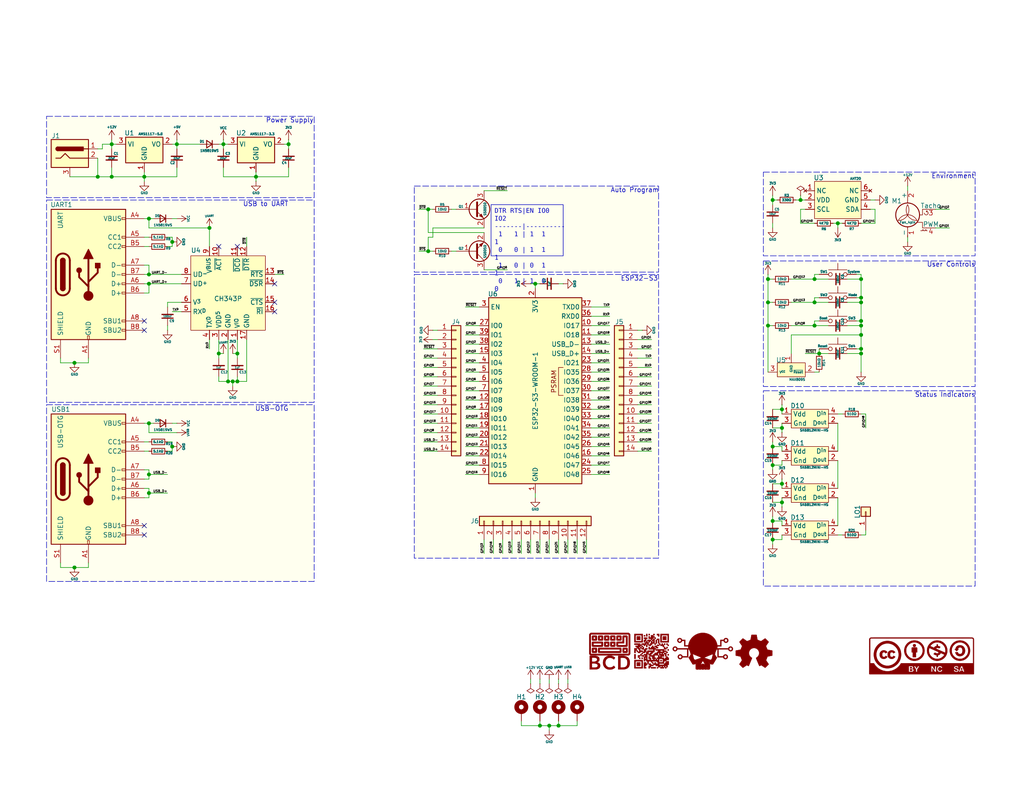
<source format=kicad_sch>
(kicad_sch (version 20231120) (generator "eeschema") (generator_version "8.0")
  (paper "USLetter")
  (title_block (title "FanMonitor") (date "2024-12-27") (rev "1") (company "Beaupré Circuit Design"))
  (lib_symbols
    (symbol "BeaupreCircuitDesign:BCD_Logo" (pin_names (offset 1.016)))
    (symbol "BeaupreCircuitDesign:BDC_QR" (pin_names (offset 1.016)))
    (symbol "BeaupreCircuitDesign:OpenSource_Hardware" (pin_names (offset 1.016)))
    (symbol "BeaupreCircuitDesign:Skull" (pin_names (offset 1.016)))
    (symbol "Connector:USB_C_Receptacle_USB2.0_16P" (pin_names (offset 1.016))
      (property "Reference" "J" (at 0 22.225 0))
      (property "Value" "USB_C_Receptacle_USB2.0_16P" (at 0 19.685 0))
      (symbol "USB_C_Receptacle_USB2.0_16P_1_1"
        (pin passive line (at 0 -22.86 90) (length 5.08) (name "GND") (number "A1"))
        (pin passive line (at 0 -22.86 90) (length 5.08) hide (name "GND") (number "A12"))
        (pin passive line (at 15.24 15.24 180) (length 5.08) (name "VBUS") (number "A4"))
        (pin bidirectional line (at 15.24 10.16 180) (length 5.08) (name "CC1") (number "A5"))
        (pin bidirectional line (at 15.24 -2.54 180) (length 5.08) (name "D+") (number "A6"))
        (pin bidirectional line (at 15.24 2.54 180) (length 5.08) (name "D-") (number "A7"))
        (pin bidirectional line (at 15.24 -12.7 180) (length 5.08) (name "SBU1") (number "A8"))
        (pin passive line (at 15.24 15.24 180) (length 5.08) hide (name "VBUS") (number "A9"))
        (pin passive line (at 0 -22.86 90) (length 5.08) hide (name "GND") (number "B1"))
        (pin passive line (at 0 -22.86 90) (length 5.08) hide (name "GND") (number "B12"))
        (pin passive line (at 15.24 15.24 180) (length 5.08) hide (name "VBUS") (number "B4"))
        (pin bidirectional line (at 15.24 7.62 180) (length 5.08) (name "CC2") (number "B5"))
        (pin bidirectional line (at 15.24 -5.08 180) (length 5.08) (name "D+") (number "B6"))
        (pin bidirectional line (at 15.24 0 180) (length 5.08) (name "D-") (number "B7"))
        (pin bidirectional line (at 15.24 -15.24 180) (length 5.08) (name "SBU2") (number "B8"))
        (pin passive line (at 15.24 15.24 180) (length 5.08) hide (name "VBUS") (number "B9"))
        (pin passive line (at -7.62 -22.86 90) (length 5.08) (name "SHIELD") (number "S1"))
      )
    )
    (symbol "Connector_BarrelJack_MountingPin:Barrel_Jack_MountingPin" (pin_names hide)
      (property "Reference" "J" (at 0 5.334 0))
      (property "Value" "Barrel_Jack_MountingPin" (at 1.27 -6.35 0))
      (symbol "Barrel_Jack_MountingPin_1_1"
        (pin passive line (at 7.62 1.27 180) (length 2.54) (name "~") (number "1"))
        (pin passive line (at 7.62 -1.27 180) (length 2.54) (name "~") (number "2"))
        (pin passive line (at 0 -6.35 90) (length 2.54) (name "MountPin") (number "3"))
      )
    )
    (symbol "Connector_Generic:Conn_01x01" (pin_names (offset 1.016) hide)
      (property "Reference" "J" (at 0 2.54 0))
      (property "Value" "Conn_01x01" (at 0 -2.54 0))
      (symbol "Conn_01x01_1_1"
        (pin passive line (at -5.08 0 0) (length 3.81) (name "Pin_1") (number "1"))
      )
    )
    (symbol "Connector_Generic:Conn_01x12" (pin_names (offset 1.016) hide)
      (property "Reference" "J" (at 0 15.24 0))
      (property "Value" "Conn_01x12" (at 0 -17.78 0))
      (symbol "Conn_01x12_1_1"
        (pin passive line (at -5.08 12.7 0) (length 3.81) (name "Pin_1") (number "1"))
        (pin passive line (at -5.08 -10.16 0) (length 3.81) (name "Pin_10") (number "10"))
        (pin passive line (at -5.08 -12.7 0) (length 3.81) (name "Pin_11") (number "11"))
        (pin passive line (at -5.08 -15.24 0) (length 3.81) (name "Pin_12") (number "12"))
        (pin passive line (at -5.08 10.16 0) (length 3.81) (name "Pin_2") (number "2"))
        (pin passive line (at -5.08 7.62 0) (length 3.81) (name "Pin_3") (number "3"))
        (pin passive line (at -5.08 5.08 0) (length 3.81) (name "Pin_4") (number "4"))
        (pin passive line (at -5.08 2.54 0) (length 3.81) (name "Pin_5") (number "5"))
        (pin passive line (at -5.08 0 0) (length 3.81) (name "Pin_6") (number "6"))
        (pin passive line (at -5.08 -2.54 0) (length 3.81) (name "Pin_7") (number "7"))
        (pin passive line (at -5.08 -5.08 0) (length 3.81) (name "Pin_8") (number "8"))
        (pin passive line (at -5.08 -7.62 0) (length 3.81) (name "Pin_9") (number "9"))
      )
    )
    (symbol "Connector_Generic:Conn_01x14" (pin_names (offset 1.016) hide)
      (property "Reference" "J" (at 0 17.78 0))
      (property "Value" "Conn_01x14" (at 0 -20.32 0))
      (symbol "Conn_01x14_1_1"
        (pin passive line (at -5.08 15.24 0) (length 3.81) (name "Pin_1") (number "1"))
        (pin passive line (at -5.08 -7.62 0) (length 3.81) (name "Pin_10") (number "10"))
        (pin passive line (at -5.08 -10.16 0) (length 3.81) (name "Pin_11") (number "11"))
        (pin passive line (at -5.08 -12.7 0) (length 3.81) (name "Pin_12") (number "12"))
        (pin passive line (at -5.08 -15.24 0) (length 3.81) (name "Pin_13") (number "13"))
        (pin passive line (at -5.08 -17.78 0) (length 3.81) (name "Pin_14") (number "14"))
        (pin passive line (at -5.08 12.7 0) (length 3.81) (name "Pin_2") (number "2"))
        (pin passive line (at -5.08 10.16 0) (length 3.81) (name "Pin_3") (number "3"))
        (pin passive line (at -5.08 7.62 0) (length 3.81) (name "Pin_4") (number "4"))
        (pin passive line (at -5.08 5.08 0) (length 3.81) (name "Pin_5") (number "5"))
        (pin passive line (at -5.08 2.54 0) (length 3.81) (name "Pin_6") (number "6"))
        (pin passive line (at -5.08 0 0) (length 3.81) (name "Pin_7") (number "7"))
        (pin passive line (at -5.08 -2.54 0) (length 3.81) (name "Pin_8") (number "8"))
        (pin passive line (at -5.08 -5.08 0) (length 3.81) (name "Pin_9") (number "9"))
      )
    )
    (symbol "CreativeCommons:CC-BY-NC-SA" (pin_names (offset 1.016)))
    (symbol "Device:C_Small" (pin_numbers hide) (pin_names (offset 0.254) hide)
      (property "Reference" "C" (at 0.254 1.778 0))
      (property "Value" "C_Small" (at 0.254 -2.032 0))
      (symbol "C_Small_1_1"
        (pin passive line (at 0 2.54 270) (length 2.032) (name "~") (number "1"))
        (pin passive line (at 0 -2.54 90) (length 2.032) (name "~") (number "2"))
      )
    )
    (symbol "Device:D_Small" (pin_numbers hide) (pin_names (offset 0.254) hide)
      (property "Reference" "D" (at -1.27 2.032 0))
      (property "Value" "D_Small" (at -3.81 -2.032 0))
      (symbol "D_Small_1_1"
        (pin passive line (at -2.54 0 0) (length 1.778) (name "K") (number "1"))
        (pin passive line (at 2.54 0 180) (length 1.778) (name "A") (number "2"))
      )
    )
    (symbol "Device:R_Small" (pin_numbers hide) (pin_names (offset 0.254) hide)
      (property "Reference" "R" (at 0.762 0.508 0))
      (property "Value" "R_Small" (at 0.762 -1.016 0))
      (symbol "R_Small_1_1"
        (pin passive line (at 0 2.54 270) (length 0.762) (name "~") (number "1"))
        (pin passive line (at 0 -2.54 90) (length 0.762) (name "~") (number "2"))
      )
    )
    (symbol "Guangdong_Youtai_Semiconductor_Co:MAX809 SOT-23"
      (property "Reference" "U" (at 0 4.318 0))
      (property "Value" "MAX809" (at 0 2.54 0))
      (symbol "MAX809 SOT-23_1_1"
        (pin power_in line (at 0 -5.08 90) (length 2.54) (name "GND") (number "1"))
        (pin output line (at 6.35 0 180) (length 2.54) (name "~{Reset}") (number "2"))
        (pin power_in line (at -6.35 0 0) (length 2.54) (name "V^{CC}") (number "3"))
      )
    )
    (symbol "Guangzhou_Aosong_Electronic_Co:AHT20"
      (property "Reference" "U" (at -5.842 5.842 0))
      (property "Value" "AHT20" (at 0 0 90))
      (symbol "AHT20_1_1"
        (pin no_connect line (at -8.89 2.54 0) (length 2.54) (name "NC") (number "1"))
        (pin power_in line (at -8.89 0 0) (length 2.54) (name "VDD") (number "2"))
        (pin input line (at -8.89 -2.54 0) (length 2.54) (name "SCL") (number "3"))
        (pin bidirectional line (at 8.89 -2.54 180) (length 2.54) (name "SDA") (number "4"))
        (pin power_in line (at 8.89 0 180) (length 2.54) (name "GND") (number "5"))
        (pin no_connect line (at 8.89 2.54 180) (length 2.54) (name "NC") (number "6"))
      )
    )
    (symbol "Mechanical:MountingHole_Pad" (pin_numbers hide) (pin_names (offset 1.016) hide) (exclude_from_sim yes) (in_bom no)
      (property "Reference" "H" (at 0 6.35 0))
      (property "Value" "MountingHole_Pad" (at 0 4.445 0))
      (symbol "MountingHole_Pad_1_1"
        (pin input line (at 0 -2.54 90) (length 2.54) (name "1") (number "1"))
      )
    )
    (symbol "Motor:Fan_4pin" (pin_names (offset 0))
      (property "Reference" "M" (at 2.54 5.08 0))
      (property "Value" "Fan_4pin" (at 2.54 -2.54 0))
      (symbol "Fan_4pin_1_1"
        (pin passive line (at 0 -5.08 90) (length 2.54) (name "-") (number "1"))
        (pin passive line (at 0 7.62 270) (length 2.54) (name "+") (number "2"))
        (pin passive line (at -7.62 2.54 0) (length 2.54) (name "Tacho") (number "3"))
        (pin input line (at -7.62 -2.54 0) (length 2.54) (name "PWM") (number "4"))
      )
    )
    (symbol "OPSCO_Optoelectronics:SK6812MINI-HS"
      (property "Reference" "D" (at -5.08 5.588 0))
      (property "Value" "SK6812MINI-HS" (at 8.128 -6.35 0))
      (symbol "SK6812MINI-HS_1_1"
        (pin power_in line (at -7.62 1.27 0) (length 2.54) (name "Vdd") (number "1"))
        (pin output line (at 7.62 -1.27 180) (length 2.54) (name "D^{out}") (number "2"))
        (pin power_in line (at -7.62 -1.27 0) (length 2.54) (name "Gnd") (number "3"))
        (pin input line (at 7.62 1.27 180) (length 2.54) (name "D^{in}") (number "4"))
      )
    )
    (symbol "RF_Module:ESP32-S3-WROOM-1"
      (property "Reference" "U" (at -12.7 26.67 0))
      (property "Value" "ESP32-S3-WROOM-1" (at 12.7 26.67 0))
      (symbol "ESP32-S3-WROOM-1_0_0"
        (text "PSRAM" (at 5.08 2.54 900) (effects (font (size 1.27 1.27))))
      )
      (symbol "ESP32-S3-WROOM-1_1_1"
        (pin power_in line (at 0 -27.94 90) (length 2.54) (name "GND") (number "1"))
        (pin bidirectional line (at 15.24 17.78 180) (length 2.54) (name "IO17") (number "10"))
        (pin bidirectional line (at 15.24 15.24 180) (length 2.54) (name "IO18") (number "11"))
        (pin bidirectional line (at -15.24 -2.54 0) (length 2.54) (name "IO8") (number "12"))
        (pin bidirectional line (at 15.24 12.7 180) (length 2.54) (name "USB_D-") (number "13"))
        (pin bidirectional line (at 15.24 10.16 180) (length 2.54) (name "USB_D+") (number "14"))
        (pin bidirectional line (at -15.24 10.16 0) (length 2.54) (name "IO3") (number "15"))
        (pin bidirectional line (at 15.24 -17.78 180) (length 2.54) (name "IO46") (number "16"))
        (pin bidirectional line (at -15.24 -5.08 0) (length 2.54) (name "IO9") (number "17"))
        (pin bidirectional line (at -15.24 -7.62 0) (length 2.54) (name "IO10") (number "18"))
        (pin bidirectional line (at -15.24 -10.16 0) (length 2.54) (name "IO11") (number "19"))
        (pin power_in line (at 0 27.94 270) (length 2.54) (name "3V3") (number "2"))
        (pin bidirectional line (at -15.24 -12.7 0) (length 2.54) (name "IO12") (number "20"))
        (pin bidirectional line (at -15.24 -15.24 0) (length 2.54) (name "IO13") (number "21"))
        (pin bidirectional line (at -15.24 -17.78 0) (length 2.54) (name "IO14") (number "22"))
        (pin bidirectional line (at 15.24 7.62 180) (length 2.54) (name "IO21") (number "23"))
        (pin bidirectional line (at 15.24 -20.32 180) (length 2.54) (name "IO47") (number "24"))
        (pin bidirectional line (at 15.24 -22.86 180) (length 2.54) (name "IO48") (number "25"))
        (pin bidirectional line (at 15.24 -15.24 180) (length 2.54) (name "IO45") (number "26"))
        (pin bidirectional line (at -15.24 17.78 0) (length 2.54) (name "IO0") (number "27"))
        (pin bidirectional line (at 15.24 5.08 180) (length 2.54) (name "IO35") (number "28"))
        (pin bidirectional line (at 15.24 2.54 180) (length 2.54) (name "IO36") (number "29"))
        (pin input line (at -15.24 22.86 0) (length 2.54) (name "EN") (number "3"))
        (pin bidirectional line (at 15.24 0 180) (length 2.54) (name "IO37") (number "30"))
        (pin bidirectional line (at 15.24 -2.54 180) (length 2.54) (name "IO38") (number "31"))
        (pin bidirectional line (at 15.24 -5.08 180) (length 2.54) (name "IO39") (number "32"))
        (pin bidirectional line (at 15.24 -7.62 180) (length 2.54) (name "IO40") (number "33"))
        (pin bidirectional line (at 15.24 -10.16 180) (length 2.54) (name "IO41") (number "34"))
        (pin bidirectional line (at 15.24 -12.7 180) (length 2.54) (name "IO42") (number "35"))
        (pin bidirectional line (at 15.24 20.32 180) (length 2.54) (name "RXD0") (number "36"))
        (pin bidirectional line (at 15.24 22.86 180) (length 2.54) (name "TXD0") (number "37"))
        (pin bidirectional line (at -15.24 12.7 0) (length 2.54) (name "IO2") (number "38"))
        (pin bidirectional line (at -15.24 15.24 0) (length 2.54) (name "IO1") (number "39"))
        (pin bidirectional line (at -15.24 7.62 0) (length 2.54) (name "IO4") (number "4"))
        (pin passive line (at 0 -27.94 90) (length 2.54) hide (name "GND") (number "40"))
        (pin passive line (at 0 -27.94 90) (length 2.54) hide (name "GND") (number "41"))
        (pin bidirectional line (at -15.24 5.08 0) (length 2.54) (name "IO5") (number "5"))
        (pin bidirectional line (at -15.24 2.54 0) (length 2.54) (name "IO6") (number "6"))
        (pin bidirectional line (at -15.24 0 0) (length 2.54) (name "IO7") (number "7"))
        (pin bidirectional line (at -15.24 -20.32 0) (length 2.54) (name "IO15") (number "8"))
        (pin bidirectional line (at -15.24 -22.86 0) (length 2.54) (name "IO16") (number "9"))
      )
    )
    (symbol "Regulator_Linear:AMS1117-3.3"
      (property "Reference" "U" (at -3.81 3.175 0))
      (property "Value" "AMS1117-3.3" (at 0 3.175 0))
      (symbol "AMS1117-3.3_1_1"
        (pin power_in line (at 0 -7.62 90) (length 2.54) (name "GND") (number "1"))
        (pin power_out line (at 7.62 0 180) (length 2.54) (name "VO") (number "2"))
        (pin power_in line (at -7.62 0 0) (length 2.54) (name "VI") (number "3"))
      )
    )
    (symbol "SK6812MINI-HS_1"
      (property "Reference" "D" (at -5.08 5.588 0))
      (property "Value" "SK6812MINI-HS" (at 8.128 -6.35 0))
      (symbol "SK6812MINI-HS_1_1_1"
        (pin power_in line (at -7.62 1.27 0) (length 2.54) (name "Vdd") (number "1"))
        (pin output line (at 7.62 -1.27 180) (length 2.54) (name "D^{out}") (number "2"))
        (pin power_in line (at -7.62 -1.27 0) (length 2.54) (name "Gnd") (number "3"))
        (pin input line (at 7.62 1.27 180) (length 2.54) (name "D^{in}") (number "4"))
      )
    )
    (symbol "SK6812MINI-HS_2"
      (property "Reference" "D" (at -5.08 5.588 0))
      (property "Value" "SK6812MINI-HS" (at 8.128 -6.35 0))
      (symbol "SK6812MINI-HS_2_1_1"
        (pin power_in line (at -7.62 1.27 0) (length 2.54) (name "Vdd") (number "1"))
        (pin output line (at 7.62 -1.27 180) (length 2.54) (name "D^{out}") (number "2"))
        (pin power_in line (at -7.62 -1.27 0) (length 2.54) (name "Gnd") (number "3"))
        (pin input line (at 7.62 1.27 180) (length 2.54) (name "D^{in}") (number "4"))
      )
    )
    (symbol "Switch:SW_Push" (pin_numbers hide) (pin_names (offset 1.016) hide)
      (property "Reference" "SW" (at 1.27 2.54 0))
      (property "Value" "SW_Push" (at 0 -1.524 0))
      (symbol "SW_Push_0_1"
        (pin passive line (at -5.08 0 0) (length 2.54) (name "1") (number "1"))
        (pin passive line (at 5.08 0 180) (length 2.54) (name "2") (number "2"))
      )
    )
    (symbol "Transistor_BJT:SS8050" (pin_names (offset 0) hide)
      (property "Reference" "Q" (at 5.08 1.905 0))
      (property "Value" "SS8050" (at 5.08 0 0))
      (symbol "SS8050_1_1"
        (pin input line (at -5.08 0 0) (length 5.715) (name "B") (number "1"))
        (pin passive line (at 2.54 -5.08 90) (length 2.54) (name "E") (number "2"))
        (pin passive line (at 2.54 5.08 270) (length 2.54) (name "C") (number "3"))
      )
    )
    (symbol "WCH(Jiangsu_Qin_Heng):CH343P"
      (property "Reference" "U" (at 0 1.27 0))
      (property "Value" "CH343P" (at 0 -1.27 0))
      (symbol "CH343P_1_1"
        (pin power_in line (at -2.54 -12.7 90) (length 2.54) (name "V^{IO}") (number "1"))
        (pin output line (at 2.54 12.7 270) (length 2.54) (name "~{ACT}") (number "10"))
        (pin input line (at -2.54 12.7 270) (length 2.54) (name "~{DCD}") (number "11"))
        (pin output line (at -5.08 12.7 270) (length 2.54) (name "~{DTR}") (number "12"))
        (pin output line (at -12.7 5.08 0) (length 2.54) (name "~{RTS}") (number "13"))
        (pin input line (at -12.7 2.54 0) (length 2.54) (name "~{DSR}") (number "14"))
        (pin input line (at -12.7 -2.54 0) (length 2.54) (name "~{CTS}") (number "15"))
        (pin input line (at -12.7 -5.08 0) (length 2.54) (name "~{RI}") (number "16"))
        (pin power_in line (at -5.08 -12.7 90) (length 2.54) (name "GND") (number "17"))
        (pin power_in line (at 0 -12.7 90) (length 2.54) (name "GND") (number "2"))
        (pin power_in line (at 2.54 -12.7 90) (length 2.54) (name "VDD^{5}") (number "3"))
        (pin output line (at 5.08 -12.7 90) (length 2.54) (name "TX^{D}") (number "4"))
        (pin input line (at 12.7 -5.08 180) (length 2.54) (name "RX^{D}") (number "5"))
        (pin power_out line (at 12.7 -2.54 180) (length 2.54) (name "V^{3}") (number "6"))
        (pin bidirectional line (at 12.7 2.54 180) (length 2.54) (name "UD^{+}") (number "7"))
        (pin bidirectional line (at 12.7 5.08 180) (length 2.54) (name "UD^{-}") (number "8"))
        (pin passive line (at 5.08 12.7 270) (length 2.54) (name "V^{BUS}") (number "9"))
      )
    )
    (symbol "power:+12V" (power) (pin_numbers hide) (pin_names (offset 0) hide)
      (property "Value" "+12V" (at 0 3.556 0))
      (symbol "+12V_1_1"
        (pin power_in line (at 0 0 90) (length 0) (name "~") (number "1"))
      )
    )
    (symbol "power:+3.3V" (power) (pin_numbers hide) (pin_names (offset 0) hide)
      (property "Value" "+3.3V" (at 0 3.556 0))
      (symbol "+3.3V_1_1"
        (pin power_in line (at 0 0 90) (length 0) (name "~") (number "1"))
      )
    )
    (symbol "power:+5V" (power) (pin_numbers hide) (pin_names (offset 0) hide)
      (property "Value" "+5V" (at 0 3.556 0))
      (symbol "+5V_1_1"
        (pin power_in line (at 0 0 90) (length 0) (name "~") (number "1"))
      )
    )
    (symbol "power:GND" (power) (pin_numbers hide) (pin_names (offset 0) hide)
      (property "Value" "GND" (at 0 -3.81 0))
      (symbol "GND_1_1"
        (pin power_in line (at 0 0 270) (length 0) (name "~") (number "1"))
      )
    )
    (symbol "power:PWR_FLAG" (power) (pin_numbers hide) (pin_names (offset 0) hide)
      (property "Value" "PWR_FLAG" (at 0 3.81 0))
      (symbol "PWR_FLAG_0_0"
        (pin power_out line (at 0 0 90) (length 0) (name "~") (number "1"))
      )
    )
    (symbol "power:VBUS" (power) (pin_numbers hide) (pin_names (offset 0) hide)
      (property "Value" "VBUS" (at 0 3.556 0))
      (symbol "VBUS_1_1"
        (pin power_in line (at 0 0 90) (length 0) (name "~") (number "1"))
      )
    )
    (symbol "power:VCC" (power) (pin_numbers hide) (pin_names (offset 0) hide)
      (property "Value" "VCC" (at 0 3.556 0))
      (symbol "VCC_1_1"
        (pin power_in line (at 0 0 90) (length 0) (name "~") (number "1"))
      )
    )
  )
  (junction (at 234.95 87.63))
  (junction (at 234.95 76.2))
  (junction (at 59.69 96.52))
  (junction (at 20.32 154.94))
  (junction (at 213.36 132.08))
  (junction (at 40.64 74.93))
  (junction (at 30.48 48.26))
  (junction (at 60.96 39.37))
  (junction (at 46.99 121.92))
  (junction (at 210.82 147.32))
  (junction (at 152.4 198.12))
  (junction (at 116.84 57.15))
  (junction (at 234.95 88.9))
  (junction (at 228.6 60.96))
  (junction (at 223.52 96.52))
  (junction (at 147.32 198.12))
  (junction (at 40.64 77.47))
  (junction (at 213.36 116.84))
  (junction (at 40.64 115.57))
  (junction (at 213.36 137.16))
  (junction (at 209.55 82.55))
  (junction (at 40.64 59.69))
  (junction (at 20.32 99.06))
  (junction (at 78.74 39.37))
  (junction (at 210.82 142.24))
  (junction (at 116.84 68.58))
  (junction (at 149.86 198.12))
  (junction (at 209.55 76.2))
  (junction (at 30.48 39.37))
  (junction (at 210.82 127))
  (junction (at 26.67 48.26))
  (junction (at 40.64 129.54))
  (junction (at 48.26 39.37))
  (junction (at 234.95 91.44))
  (junction (at 146.05 77.47))
  (junction (at 62.23 104.14))
  (junction (at 210.82 54.61))
  (junction (at 40.64 134.62))
  (junction (at 69.85 48.26))
  (junction (at 63.5 104.14))
  (junction (at 39.37 48.26))
  (junction (at 213.36 111.76))
  (junction (at 57.15 62.23))
  (junction (at 234.95 95.25))
  (junction (at 222.25 82.55))
  (junction (at 46.99 66.04))
  (junction (at 64.77 104.14))
  (junction (at 64.77 96.52))
  (junction (at 210.82 121.92))
  (junction (at 222.25 76.2))
  (junction (at 222.25 88.9))
  (junction (at 209.55 88.9))
  (junction (at 234.95 82.55))
  (junction (at 234.95 81.28))
  (junction (at 218.44 54.61))
  (junction (at 234.95 96.52))
  (no_connect (at 74.93 77.47))
  (no_connect (at 39.37 143.51))
  (no_connect (at 64.77 67.31))
  (no_connect (at 39.37 87.63))
  (no_connect (at 74.93 82.55))
  (no_connect (at 59.69 67.31))
  (no_connect (at 74.93 85.09))
  (no_connect (at 39.37 90.17))
  (no_connect (at 39.37 146.05))
  (wire (pts (xy 40.64 80.01) (xy 39.37 80.01)))
  (wire (pts (xy 132.08 62.23) (xy 118.11 62.23)))
  (wire (pts (xy 247.65 64.77) (xy 247.65 66.04)))
  (wire (pts (xy 30.48 38.1) (xy 30.48 39.37)))
  (wire (pts (xy 234.95 60.96) (xy 238.76 60.96)))
  (wire (pts (xy 19.05 48.26) (xy 26.67 48.26)))
  (wire (pts (xy 149.86 198.12) (xy 149.86 199.39)))
  (wire (pts (xy 116.84 57.15) (xy 118.11 57.15)))
  (wire (pts (xy 127 106.68) (xy 130.81 106.68)))
  (wire (pts (xy 60.96 48.26) (xy 69.85 48.26)))
  (wire (pts (xy 118.11 92.71) (xy 119.38 92.71)))
  (wire (pts (xy 16.51 154.94) (xy 20.32 154.94)))
  (wire (pts (xy 223.52 81.28) (xy 222.25 81.28)))
  (wire (pts (xy 16.51 97.79) (xy 16.51 99.06)))
  (wire (pts (xy 39.37 77.47) (xy 40.64 77.47)))
  (wire (pts (xy 127 129.54) (xy 130.81 129.54)))
  (wire (pts (xy 213.36 146.05) (xy 213.36 147.32)))
  (wire (pts (xy 146.05 134.62) (xy 146.05 135.89)))
  (wire (pts (xy 218.44 57.15) (xy 218.44 60.96)))
  (wire (pts (xy 78.74 48.26) (xy 69.85 48.26)))
  (wire (pts (xy 20.32 154.94) (xy 24.13 154.94)))
  (wire (pts (xy 222.25 74.93) (xy 223.52 74.93)))
  (wire (pts (xy 45.72 67.31) (xy 46.99 67.31)))
  (wire (pts (xy 161.29 91.44) (xy 166.37 91.44)))
  (wire (pts (xy 233.68 95.25) (xy 234.95 95.25)))
  (wire (pts (xy 161.29 129.54) (xy 166.37 129.54)))
  (wire (pts (xy 234.95 87.63) (xy 234.95 88.9)))
  (wire (pts (xy 40.64 77.47) (xy 49.53 77.47)))
  (wire (pts (xy 222.25 76.2) (xy 222.25 74.93)))
  (wire (pts (xy 114.3 57.15) (xy 116.84 57.15)))
  (wire (pts (xy 157.48 147.32) (xy 157.48 151.13)))
  (wire (pts (xy 161.29 114.3) (xy 166.37 114.3)))
  (wire (pts (xy 213.36 135.89) (xy 213.36 137.16)))
  (wire (pts (xy 209.55 76.2) (xy 210.82 76.2)))
  (wire (pts (xy 223.52 96.52) (xy 223.52 95.25)))
  (wire (pts (xy 234.95 146.05) (xy 236.22 146.05)))
  (wire (pts (xy 115.57 113.03) (xy 119.38 113.03)))
  (wire (pts (xy 46.99 64.77) (xy 46.99 66.04)))
  (wire (pts (xy 39.37 48.26) (xy 39.37 49.53)))
  (wire (pts (xy 222.25 81.28) (xy 222.25 82.55)))
  (wire (pts (xy 40.64 59.69) (xy 41.91 59.69)))
  (wire (pts (xy 24.13 97.79) (xy 24.13 99.06)))
  (wire (pts (xy 115.57 102.87) (xy 119.38 102.87)))
  (wire (pts (xy 142.24 147.32) (xy 142.24 151.13)))
  (wire (pts (xy 173.99 115.57) (xy 177.8 115.57)))
  (wire (pts (xy 236.22 113.03) (xy 236.22 116.84)))
  (wire (pts (xy 46.99 66.04) (xy 46.99 67.31)))
  (wire (pts (xy 59.69 96.52) (xy 60.96 96.52)))
  (wire (pts (xy 173.99 110.49) (xy 177.8 110.49)))
  (wire (pts (xy 228.6 113.03) (xy 229.87 113.03)))
  (wire (pts (xy 127 96.52) (xy 130.81 96.52)))
  (wire (pts (xy 152.4 77.47) (xy 153.67 77.47)))
  (wire (pts (xy 45.72 120.65) (xy 46.99 120.65)))
  (wire (pts (xy 115.57 115.57) (xy 119.38 115.57)))
  (wire (pts (xy 116.84 64.77) (xy 118.11 64.77)))
  (wire (pts (xy 115.57 110.49) (xy 119.38 110.49)))
  (wire (pts (xy 210.82 111.76) (xy 213.36 111.76)))
  (wire (pts (xy 147.32 198.12) (xy 147.32 196.85)))
  (wire (pts (xy 222.25 101.6) (xy 223.52 101.6)))
  (wire (pts (xy 154.94 147.32) (xy 154.94 151.13)))
  (wire (pts (xy 115.57 120.65) (xy 119.38 120.65)))
  (wire (pts (xy 161.29 83.82) (xy 166.37 83.82)))
  (wire (pts (xy 209.55 82.55) (xy 210.82 82.55)))
  (wire (pts (xy 217.17 54.61) (xy 218.44 54.61)))
  (wire (pts (xy 152.4 185.42) (xy 152.4 186.69)))
  (wire (pts (xy 45.72 82.55) (xy 49.53 82.55)))
  (wire (pts (xy 64.77 92.71) (xy 64.77 96.52)))
  (wire (pts (xy 173.99 113.03) (xy 177.8 113.03)))
  (wire (pts (xy 127 114.3) (xy 130.81 114.3)))
  (wire (pts (xy 228.6 60.96) (xy 228.6 62.23)))
  (wire (pts (xy 115.57 107.95) (xy 119.38 107.95)))
  (wire (pts (xy 228.6 115.57) (xy 228.6 123.19)))
  (wire (pts (xy 16.51 153.67) (xy 16.51 154.94)))
  (wire (pts (xy 215.9 76.2) (xy 222.25 76.2)))
  (wire (pts (xy 46.99 115.57) (xy 48.26 115.57)))
  (wire (pts (xy 27.94 39.37) (xy 30.48 39.37)))
  (wire (pts (xy 209.55 82.55) (xy 209.55 88.9)))
  (wire (pts (xy 127 124.46) (xy 130.81 124.46)))
  (wire (pts (xy 59.69 97.79) (xy 59.69 96.52)))
  (wire (pts (xy 78.74 38.1) (xy 78.74 39.37)))
  (wire (pts (xy 40.64 62.23) (xy 57.15 62.23)))
  (wire (pts (xy 161.29 88.9) (xy 166.37 88.9)))
  (wire (pts (xy 118.11 90.17) (xy 119.38 90.17)))
  (wire (pts (xy 161.29 93.98) (xy 166.37 93.98)))
  (wire (pts (xy 226.06 76.2) (xy 222.25 76.2)))
  (wire (pts (xy 26.67 43.18) (xy 26.67 48.26)))
  (wire (pts (xy 173.99 118.11) (xy 177.8 118.11)))
  (wire (pts (xy 118.11 64.77) (xy 118.11 62.23)))
  (wire (pts (xy 40.64 74.93) (xy 39.37 74.93)))
  (wire (pts (xy 59.69 92.71) (xy 59.69 96.52)))
  (wire (pts (xy 40.64 115.57) (xy 41.91 115.57)))
  (wire (pts (xy 115.57 105.41) (xy 119.38 105.41)))
  (wire (pts (xy 78.74 45.72) (xy 78.74 48.26)))
  (wire (pts (xy 161.29 106.68) (xy 166.37 106.68)))
  (wire (pts (xy 40.64 133.35) (xy 40.64 134.62)))
  (wire (pts (xy 215.9 96.52) (xy 215.9 91.44)))
  (wire (pts (xy 40.64 74.93) (xy 49.53 74.93)))
  (wire (pts (xy 60.96 39.37) (xy 60.96 40.64)))
  (wire (pts (xy 149.86 185.42) (xy 149.86 186.69)))
  (wire (pts (xy 74.93 74.93) (xy 77.47 74.93)))
  (wire (pts (xy 218.44 54.61) (xy 219.71 54.61)))
  (wire (pts (xy 40.64 128.27) (xy 40.64 129.54)))
  (wire (pts (xy 127 91.44) (xy 130.81 91.44)))
  (wire (pts (xy 46.99 121.92) (xy 46.99 123.19)))
  (wire (pts (xy 127 93.98) (xy 130.81 93.98)))
  (wire (pts (xy 69.85 48.26) (xy 69.85 49.53)))
  (wire (pts (xy 132.08 147.32) (xy 132.08 151.13)))
  (wire (pts (xy 210.82 132.08) (xy 213.36 132.08)))
  (wire (pts (xy 210.82 53.34) (xy 210.82 54.61)))
  (wire (pts (xy 233.68 81.28) (xy 234.95 81.28)))
  (wire (pts (xy 215.9 82.55) (xy 222.25 82.55)))
  (wire (pts (xy 63.5 104.14) (xy 64.77 104.14)))
  (wire (pts (xy 27.94 39.37) (xy 27.94 40.64)))
  (wire (pts (xy 123.19 57.15) (xy 124.46 57.15)))
  (wire (pts (xy 39.37 72.39) (xy 40.64 72.39)))
  (wire (pts (xy 67.31 64.77) (xy 67.31 67.31)))
  (wire (pts (xy 59.69 102.87) (xy 59.69 104.14)))
  (wire (pts (xy 210.82 60.96) (xy 210.82 62.23)))
  (wire (pts (xy 213.36 147.32) (xy 210.82 147.32)))
  (wire (pts (xy 62.23 92.71) (xy 62.23 104.14)))
  (wire (pts (xy 161.29 121.92) (xy 166.37 121.92)))
  (wire (pts (xy 39.37 48.26) (xy 39.37 46.99)))
  (wire (pts (xy 40.64 129.54) (xy 45.72 129.54)))
  (wire (pts (xy 149.86 198.12) (xy 152.4 198.12)))
  (wire (pts (xy 40.64 118.11) (xy 40.64 115.57)))
  (wire (pts (xy 39.37 128.27) (xy 40.64 128.27)))
  (wire (pts (xy 64.77 102.87) (xy 64.77 104.14)))
  (wire (pts (xy 218.44 53.34) (xy 218.44 54.61)))
  (wire (pts (xy 39.37 133.35) (xy 40.64 133.35)))
  (wire (pts (xy 209.55 74.93) (xy 209.55 76.2)))
  (wire (pts (xy 237.49 57.15) (xy 238.76 57.15)))
  (wire (pts (xy 40.64 72.39) (xy 40.64 74.93)))
  (wire (pts (xy 226.06 82.55) (xy 222.25 82.55)))
  (wire (pts (xy 238.76 57.15) (xy 238.76 60.96)))
  (wire (pts (xy 255.27 62.23) (xy 259.08 62.23)))
  (wire (pts (xy 219.71 57.15) (xy 218.44 57.15)))
  (wire (pts (xy 213.36 132.08) (xy 213.36 133.35)))
  (wire (pts (xy 48.26 39.37) (xy 54.61 39.37)))
  (wire (pts (xy 228.6 60.96) (xy 229.87 60.96)))
  (wire (pts (xy 144.78 77.47) (xy 146.05 77.47)))
  (wire (pts (xy 40.64 130.81) (xy 39.37 130.81)))
  (wire (pts (xy 127 127) (xy 130.81 127)))
  (wire (pts (xy 209.55 88.9) (xy 210.82 88.9)))
  (wire (pts (xy 39.37 67.31) (xy 40.64 67.31)))
  (wire (pts (xy 234.95 96.52) (xy 234.95 101.6)))
  (wire (pts (xy 213.36 142.24) (xy 210.82 142.24)))
  (wire (pts (xy 134.62 147.32) (xy 134.62 151.13)))
  (wire (pts (xy 228.6 146.05) (xy 229.87 146.05)))
  (wire (pts (xy 234.95 82.55) (xy 234.95 87.63)))
  (wire (pts (xy 210.82 116.84) (xy 213.36 116.84)))
  (wire (pts (xy 152.4 198.12) (xy 152.4 196.85)))
  (wire (pts (xy 161.29 119.38) (xy 166.37 119.38)))
  (wire (pts (xy 234.95 95.25) (xy 234.95 96.52)))
  (wire (pts (xy 161.29 109.22) (xy 166.37 109.22)))
  (wire (pts (xy 69.85 48.26) (xy 69.85 46.99)))
  (wire (pts (xy 213.36 143.51) (xy 213.36 142.24)))
  (wire (pts (xy 132.08 52.07) (xy 138.43 52.07)))
  (wire (pts (xy 137.16 147.32) (xy 137.16 151.13)))
  (wire (pts (xy 115.57 100.33) (xy 119.38 100.33)))
  (wire (pts (xy 67.31 92.71) (xy 67.31 104.14)))
  (wire (pts (xy 127 88.9) (xy 130.81 88.9)))
  (wire (pts (xy 236.22 146.05) (xy 236.22 144.78)))
  (wire (pts (xy 115.57 97.79) (xy 119.38 97.79)))
  (wire (pts (xy 146.05 77.47) (xy 146.05 78.74)))
  (wire (pts (xy 40.64 62.23) (xy 40.64 59.69)))
  (wire (pts (xy 147.32 185.42) (xy 147.32 186.69)))
  (wire (pts (xy 45.72 82.55) (xy 45.72 83.82)))
  (wire (pts (xy 226.06 88.9) (xy 222.25 88.9)))
  (wire (pts (xy 228.6 135.89) (xy 228.6 143.51)))
  (wire (pts (xy 213.36 125.73) (xy 213.36 127)))
  (wire (pts (xy 210.82 127) (xy 213.36 127)))
  (wire (pts (xy 213.36 113.03) (xy 213.36 111.76)))
  (wire (pts (xy 210.82 127) (xy 210.82 128.27)))
  (wire (pts (xy 231.14 96.52) (xy 234.95 96.52)))
  (wire (pts (xy 39.37 123.19) (xy 40.64 123.19)))
  (wire (pts (xy 114.3 68.58) (xy 116.84 68.58)))
  (wire (pts (xy 127 101.6) (xy 130.81 101.6)))
  (wire (pts (xy 60.96 45.72) (xy 60.96 48.26)))
  (wire (pts (xy 132.08 73.66) (xy 138.43 73.66)))
  (wire (pts (xy 63.5 96.52) (xy 64.77 96.52)))
  (wire (pts (xy 161.29 111.76) (xy 166.37 111.76)))
  (wire (pts (xy 60.96 39.37) (xy 59.69 39.37)))
  (wire (pts (xy 45.72 88.9) (xy 45.72 90.17)))
  (wire (pts (xy 234.95 91.44) (xy 234.95 95.25)))
  (wire (pts (xy 64.77 97.79) (xy 64.77 96.52)))
  (wire (pts (xy 146.05 77.47) (xy 147.32 77.47)))
  (wire (pts (xy 173.99 97.79) (xy 177.8 97.79)))
  (wire (pts (xy 46.99 120.65) (xy 46.99 121.92)))
  (wire (pts (xy 39.37 59.69) (xy 40.64 59.69)))
  (wire (pts (xy 210.82 147.32) (xy 210.82 148.59)))
  (wire (pts (xy 161.29 101.6) (xy 166.37 101.6)))
  (wire (pts (xy 62.23 104.14) (xy 63.5 104.14)))
  (wire (pts (xy 213.36 116.84) (xy 213.36 118.11)))
  (wire (pts (xy 40.64 134.62) (xy 45.72 134.62)))
  (wire (pts (xy 115.57 95.25) (xy 119.38 95.25)))
  (wire (pts (xy 40.64 135.89) (xy 39.37 135.89)))
  (wire (pts (xy 227.33 60.96) (xy 228.6 60.96)))
  (wire (pts (xy 209.55 76.2) (xy 209.55 82.55)))
  (wire (pts (xy 210.82 120.65) (xy 210.82 121.92)))
  (wire (pts (xy 48.26 45.72) (xy 48.26 48.26)))
  (wire (pts (xy 218.44 60.96) (xy 222.25 60.96)))
  (wire (pts (xy 223.52 96.52) (xy 226.06 96.52)))
  (wire (pts (xy 219.71 96.52) (xy 223.52 96.52)))
  (wire (pts (xy 247.65 50.8) (xy 247.65 52.07)))
  (wire (pts (xy 40.64 77.47) (xy 40.64 80.01)))
  (wire (pts (xy 60.96 38.1) (xy 60.96 39.37)))
  (wire (pts (xy 157.48 196.85) (xy 157.48 198.12)))
  (wire (pts (xy 30.48 48.26) (xy 30.48 45.72)))
  (wire (pts (xy 127 83.82) (xy 130.81 83.82)))
  (wire (pts (xy 210.82 54.61) (xy 212.09 54.61)))
  (wire (pts (xy 161.29 96.52) (xy 166.37 96.52)))
  (wire (pts (xy 132.08 63.5) (xy 116.84 63.5)))
  (wire (pts (xy 48.26 38.1) (xy 48.26 39.37)))
  (wire (pts (xy 40.64 129.54) (xy 40.64 130.81)))
  (wire (pts (xy 231.14 82.55) (xy 234.95 82.55)))
  (wire (pts (xy 127 116.84) (xy 130.81 116.84)))
  (wire (pts (xy 48.26 39.37) (xy 48.26 40.64)))
  (wire (pts (xy 147.32 147.32) (xy 147.32 151.13)))
  (wire (pts (xy 213.36 111.76) (xy 213.36 110.49)))
  (wire (pts (xy 116.84 68.58) (xy 118.11 68.58)))
  (wire (pts (xy 24.13 153.67) (xy 24.13 154.94)))
  (wire (pts (xy 20.32 99.06) (xy 24.13 99.06)))
  (wire (pts (xy 63.5 104.14) (xy 63.5 105.41)))
  (wire (pts (xy 45.72 123.19) (xy 46.99 123.19)))
  (wire (pts (xy 46.99 59.69) (xy 48.26 59.69)))
  (wire (pts (xy 161.29 124.46) (xy 166.37 124.46)))
  (wire (pts (xy 234.95 81.28) (xy 234.95 82.55)))
  (wire (pts (xy 116.84 68.58) (xy 116.84 64.77)))
  (wire (pts (xy 77.47 39.37) (xy 78.74 39.37)))
  (wire (pts (xy 161.29 116.84) (xy 166.37 116.84)))
  (wire (pts (xy 209.55 88.9) (xy 209.55 101.6)))
  (wire (pts (xy 161.29 99.06) (xy 166.37 99.06)))
  (wire (pts (xy 46.99 39.37) (xy 48.26 39.37)))
  (wire (pts (xy 234.95 76.2) (xy 234.95 74.93)))
  (wire (pts (xy 233.68 87.63) (xy 234.95 87.63)))
  (wire (pts (xy 139.7 147.32) (xy 139.7 151.13)))
  (wire (pts (xy 173.99 90.17) (xy 175.26 90.17)))
  (wire (pts (xy 149.86 147.32) (xy 149.86 151.13)))
  (wire (pts (xy 57.15 62.23) (xy 57.15 67.31)))
  (wire (pts (xy 215.9 91.44) (xy 234.95 91.44)))
  (wire (pts (xy 147.32 198.12) (xy 149.86 198.12)))
  (wire (pts (xy 173.99 100.33) (xy 177.8 100.33)))
  (wire (pts (xy 40.64 118.11) (xy 48.26 118.11)))
  (wire (pts (xy 222.25 87.63) (xy 222.25 88.9)))
  (wire (pts (xy 231.14 88.9) (xy 234.95 88.9)))
  (wire (pts (xy 142.24 198.12) (xy 147.32 198.12)))
  (wire (pts (xy 210.82 54.61) (xy 210.82 55.88)))
  (wire (pts (xy 210.82 140.97) (xy 210.82 142.24)))
  (wire (pts (xy 234.95 88.9) (xy 234.95 91.44)))
  (wire (pts (xy 127 109.22) (xy 130.81 109.22)))
  (wire (pts (xy 30.48 39.37) (xy 31.75 39.37)))
  (wire (pts (xy 234.95 76.2) (xy 234.95 81.28)))
  (wire (pts (xy 161.29 86.36) (xy 166.37 86.36)))
  (wire (pts (xy 123.19 68.58) (xy 124.46 68.58)))
  (wire (pts (xy 127 111.76) (xy 130.81 111.76)))
  (wire (pts (xy 39.37 115.57) (xy 40.64 115.57)))
  (wire (pts (xy 213.36 121.92) (xy 213.36 123.19)))
  (wire (pts (xy 173.99 107.95) (xy 177.8 107.95)))
  (wire (pts (xy 213.36 130.81) (xy 213.36 132.08)))
  (wire (pts (xy 26.67 48.26) (xy 30.48 48.26)))
  (wire (pts (xy 127 104.14) (xy 130.81 104.14)))
  (wire (pts (xy 30.48 40.64) (xy 30.48 39.37)))
  (wire (pts (xy 64.77 104.14) (xy 67.31 104.14)))
  (wire (pts (xy 26.67 40.64) (xy 27.94 40.64)))
  (wire (pts (xy 173.99 95.25) (xy 177.8 95.25)))
  (wire (pts (xy 213.36 137.16) (xy 213.36 138.43)))
  (wire (pts (xy 144.78 147.32) (xy 144.78 151.13)))
  (wire (pts (xy 161.29 104.14) (xy 166.37 104.14)))
  (wire (pts (xy 142.24 196.85) (xy 142.24 198.12)))
  (wire (pts (xy 39.37 120.65) (xy 40.64 120.65)))
  (wire (pts (xy 173.99 123.19) (xy 177.8 123.19)))
  (wire (pts (xy 210.82 137.16) (xy 213.36 137.16)))
  (wire (pts (xy 223.52 87.63) (xy 222.25 87.63)))
  (wire (pts (xy 173.99 120.65) (xy 177.8 120.65)))
  (wire (pts (xy 127 119.38) (xy 130.81 119.38)))
  (wire (pts (xy 233.68 74.93) (xy 234.95 74.93)))
  (wire (pts (xy 46.99 85.09) (xy 49.53 85.09)))
  (wire (pts (xy 255.27 57.15) (xy 259.08 57.15)))
  (wire (pts (xy 59.69 104.14) (xy 62.23 104.14)))
  (wire (pts (xy 57.15 92.71) (xy 57.15 95.25)))
  (wire (pts (xy 30.48 48.26) (xy 39.37 48.26)))
  (wire (pts (xy 210.82 121.92) (xy 213.36 121.92)))
  (wire (pts (xy 157.48 198.12) (xy 152.4 198.12)))
  (wire (pts (xy 173.99 102.87) (xy 177.8 102.87)))
  (wire (pts (xy 48.26 48.26) (xy 39.37 48.26)))
  (wire (pts (xy 215.9 88.9) (xy 222.25 88.9)))
  (wire (pts (xy 154.94 185.42) (xy 154.94 186.69)))
  (wire (pts (xy 40.64 134.62) (xy 40.64 135.89)))
  (wire (pts (xy 60.96 39.37) (xy 62.23 39.37)))
  (wire (pts (xy 213.36 115.57) (xy 213.36 116.84)))
  (wire (pts (xy 237.49 54.61) (xy 238.76 54.61)))
  (wire (pts (xy 234.95 113.03) (xy 236.22 113.03)))
  (wire (pts (xy 16.51 99.06) (xy 20.32 99.06)))
  (wire (pts (xy 115.57 123.19) (xy 119.38 123.19)))
  (wire (pts (xy 45.72 64.77) (xy 46.99 64.77)))
  (wire (pts (xy 152.4 147.32) (xy 152.4 151.13)))
  (wire (pts (xy 144.78 185.42) (xy 144.78 186.69)))
  (wire (pts (xy 78.74 39.37) (xy 78.74 40.64)))
  (wire (pts (xy 228.6 125.73) (xy 228.6 133.35)))
  (wire (pts (xy 127 121.92) (xy 130.81 121.92)))
  (wire (pts (xy 160.02 147.32) (xy 160.02 151.13)))
  (wire (pts (xy 116.84 63.5) (xy 116.84 57.15)))
  (wire (pts (xy 115.57 118.11) (xy 119.38 118.11)))
  (wire (pts (xy 173.99 92.71) (xy 177.8 92.71)))
  (wire (pts (xy 173.99 105.41) (xy 177.8 105.41)))
  (wire (pts (xy 231.14 76.2) (xy 234.95 76.2)))
  (wire (pts (xy 127 99.06) (xy 130.81 99.06)))
  (wire (pts (xy 39.37 64.77) (xy 40.64 64.77)))
  (wire (pts (xy 161.29 127) (xy 166.37 127)))
  (rectangle (start 208.28 46.99) (end 266.065 69.85) (stroke (width 0) (type dash)) (fill (type color) (color 255 255 194 0.25)))
  (rectangle (start 12.7 31.75) (end 85.725 53.975) (stroke (width 0) (type dash)) (fill (type color) (color 255 255 194 0.25)))
  (rectangle (start 208.28 71.247) (end 266.065 105.537) (stroke (width 0) (type dash)) (fill (type color) (color 255 255 194 0.25)))
  (rectangle (start 12.7 110.49) (end 85.725 158.75) (stroke (width 0) (type dash)) (fill (type color) (color 255 255 194 0.25)))
  (rectangle (start 113.03 74.93) (end 179.705 152.4) (stroke (width 0) (type dash)) (fill (type color) (color 255 255 194 0.25)))
  (rectangle (start 12.7 54.61) (end 85.725 109.855) (stroke (width 0) (type dash)) (fill (type color) (color 255 255 194 0.25)))
  (rectangle (start 208.28 106.68) (end 266.065 160.02) (stroke (width 0) (type dash)) (fill (type color) (color 255 255 194 0.25)))
  (rectangle (start 113.03 50.8) (end 179.705 74.295) (stroke (width 0) (type dash)) (fill (type color) (color 255 255 194 0.25)))
  (text_box "DTR RTS|EN IO0 IO2\n-------|----------\n 1   1 | 1  1   1\n 0   0 | 1  1   1\n 1   0 | 0  1   1\n 0   1 | 1  0   0" (at 133.985 55.88 0) (size 19.685 13.97) (fill (type color)) (effects (font (size 1.27 1.27)) (justify left top)))
  (text "User Controls" (at 266.192 71.628 0) (effects (font (size 1.27 1.27)) (justify right top)))
  (text "ESP32-S3" (at 179.578 75.438 0) (effects (font (size 1.27 1.27)) (justify right top)))
  (text "Power Supply" (at 85.598 32.258 0) (effects (font (size 1.27 1.27)) (justify right top)))
  (text "Status Indicators" (at 266.192 107.188 0) (effects (font (size 1.27 1.27)) (justify right top)))
  (text "USB-OTG" (at 78.74 110.998 0) (effects (font (size 1.27 1.27)) (justify right top)))
  (text "USB to UART" (at 78.74 55.118 0) (effects (font (size 1.27 1.27)) (justify right top)))
  (text "Environment" (at 265.938 47.498 0) (effects (font (size 1.27 1.27)) (justify right top)))
  (text "Auto Program" (at 179.832 51.308 0) (effects (font (size 1.27 1.27)) (justify right top)))
  (label "GPIO^{9}" (at 137.16 151.13 90) (effects (font (size 0.635 0.635))))
  (label "GPIO^{40}" (at 218.44 60.96 0) (effects (font (size 0.635 0.635))))
  (label "GPIO^{21}" (at 152.4 151.13 90) (effects (font (size 0.635 0.635))))
  (label "GPIO^{47}" (at 154.94 151.13 90) (effects (font (size 0.635 0.635))))
  (label "GPIO^{1}" (at 127 91.44 0) (effects (font (size 0.635 0.635))))
  (label "GPIO^{9}" (at 127 111.76 0) (effects (font (size 0.635 0.635))))
  (label "GPIO^{0}" (at 127 88.9 0) (effects (font (size 0.635 0.635))))
  (label "GPIO^{13}" (at 219.71 82.55 180) (effects (font (size 0.635 0.635))))
  (label "USB_D+" (at 45.72 134.62 180) (effects (font (size 0.635 0.635))))
  (label "GPIO^{18}" (at 166.37 91.44 180) (effects (font (size 0.635 0.635))))
  (label "GPIO^{35}" (at 166.37 101.6 180) (effects (font (size 0.635 0.635))))
  (label "GPIO^{2}" (at 127 93.98 0) (effects (font (size 0.635 0.635))))
  (label "GPIO^{42}" (at 166.37 119.38 180) (effects (font (size 0.635 0.635))))
  (label "GPIO^{14}" (at 127 124.46 0) (effects (font (size 0.635 0.635))))
  (label "~{RESET}" (at 115.57 95.25 0) (effects (font (size 0.635 0.635))))
  (label "TX^{D}" (at 46.99 85.09 0) (effects (font (size 0.635 0.635))))
  (label "GPIO^{47}" (at 166.37 127 180) (effects (font (size 0.635 0.635))))
  (label "GPIO^{48}" (at 236.22 116.84 90) (effects (font (size 0.635 0.635))))
  (label "GPIO^{10}" (at 139.7 151.13 90) (effects (font (size 0.635 0.635))))
  (label "GPIO^{17}" (at 115.57 113.03 0) (effects (font (size 0.635 0.635))))
  (label "~{RTS}" (at 77.47 74.93 180) (effects (font (size 0.635 0.635))))
  (label "GPIO^{38}" (at 177.8 113.03 180) (effects (font (size 0.635 0.635))))
  (label "GPIO^{12}" (at 127 119.38 0) (effects (font (size 0.635 0.635))))
  (label "GPIO^{7}" (at 127 106.68 0) (effects (font (size 0.635 0.635))))
  (label "GPIO^{3}" (at 127 96.52 0) (effects (font (size 0.635 0.635))))
  (label "GPIO^{13}" (at 127 121.92 0) (effects (font (size 0.635 0.635))))
  (label "GPIO^{15}" (at 115.57 107.95 0) (effects (font (size 0.635 0.635))))
  (label "GPIO^{39}" (at 166.37 111.76 180) (effects (font (size 0.635 0.635))))
  (label "GPIO^{3}" (at 132.08 151.13 90) (effects (font (size 0.635 0.635))))
  (label "GPIO^{37}" (at 177.8 115.57 180) (effects (font (size 0.635 0.635))))
  (label "GPIO^{11}" (at 142.24 151.13 90) (effects (font (size 0.635 0.635))))
  (label "GPIO^{40}" (at 166.37 114.3 180) (effects (font (size 0.635 0.635))))
  (label "GPIO^{16}" (at 115.57 110.49 0) (effects (font (size 0.635 0.635))))
  (label "GPIO^{41}" (at 238.76 60.96 180) (effects (font (size 0.635 0.635))))
  (label "~{RESET}" (at 219.71 96.52 0) (effects (font (size 0.635 0.635))))
  (label "TX^{D}" (at 166.37 83.82 180) (effects (font (size 0.635 0.635))))
  (label "GPIO^{11}" (at 127 116.84 0) (effects (font (size 0.635 0.635))))
  (label "GPIO^{1}" (at 259.08 62.23 180) (effects (font (size 0.635 0.635))))
  (label "USB_D+" (at 115.57 123.19 0) (effects (font (size 0.635 0.635))))
  (label "USB_D-" (at 166.37 93.98 180) (effects (font (size 0.635 0.635))))
  (label "GPIO^{6}" (at 115.57 102.87 0) (effects (font (size 0.635 0.635))))
  (label "GPIO^{4}" (at 127 99.06 0) (effects (font (size 0.635 0.635))))
  (label "GPIO^{41}" (at 166.37 116.84 180) (effects (font (size 0.635 0.635))))
  (label "RX^{D}" (at 57.15 95.25 90) (effects (font (size 0.635 0.635))))
  (label "GPIO^{46}" (at 134.62 151.13 90) (effects (font (size 0.635 0.635))))
  (label "GPIO^{15}" (at 127 127 0) (effects (font (size 0.635 0.635))))
  (label "GPIO^{2}" (at 259.08 57.15 180) (effects (font (size 0.635 0.635))))
  (label "GPIO^{36}" (at 177.8 118.11 180) (effects (font (size 0.635 0.635))))
  (label "GPIO^{0}" (at 219.71 88.9 180) (effects (font (size 0.635 0.635))))
  (label "GPIO^{6}" (at 127 104.14 0) (effects (font (size 0.635 0.635))))
  (label "GPIO^{39}" (at 177.8 110.49 180) (effects (font (size 0.635 0.635))))
  (label "GPIO^{8}" (at 127 109.22 0) (effects (font (size 0.635 0.635))))
  (label "GPIO^{17}" (at 166.37 88.9 180) (effects (font (size 0.635 0.635))))
  (label "GPIO^{12}" (at 144.78 151.13 90) (effects (font (size 0.635 0.635))))
  (label "GPIO^{12}" (at 219.71 76.2 180) (effects (font (size 0.635 0.635))))
  (label "USB_D-" (at 115.57 120.65 0) (effects (font (size 0.635 0.635))))
  (label "RX^{D}" (at 166.37 86.36 180) (effects (font (size 0.635 0.635))))
  (label "GPIO^{45}" (at 166.37 121.92 180) (effects (font (size 0.635 0.635))))
  (label "~{DTR}" (at 67.31 64.77 270) (effects (font (size 0.635 0.635))))
  (label "GPIO^{4}" (at 115.57 97.79 0) (effects (font (size 0.635 0.635))))
  (label "GPIO^{14}" (at 149.86 151.13 90) (effects (font (size 0.635 0.635))))
  (label "GPIO^{1}" (at 177.8 92.71 180) (effects (font (size 0.635 0.635))))
  (label "GPIO^{2}" (at 177.8 95.25 180) (effects (font (size 0.635 0.635))))
  (label "GPIO^{37}" (at 166.37 106.68 180) (effects (font (size 0.635 0.635))))
  (label "UART_D+" (at 45.72 77.47 180) (effects (font (size 0.635 0.635))))
  (label "UART_D-" (at 45.72 74.93 180) (effects (font (size 0.635 0.635))))
  (label "GPIO^{45}" (at 160.02 151.13 90) (effects (font (size 0.635 0.635))))
  (label "GPIO^{21}" (at 166.37 99.06 180) (effects (font (size 0.635 0.635))))
  (label "GPIO^{10}" (at 127 114.3 0) (effects (font (size 0.635 0.635))))
  (label "GPIO^{0}" (at 177.8 123.19 180) (effects (font (size 0.635 0.635))))
  (label "TX^{D}" (at 177.8 97.79 180) (effects (font (size 0.635 0.635))))
  (label "GPIO^{7}" (at 115.57 105.41 0) (effects (font (size 0.635 0.635))))
  (label "~{DTR}" (at 114.3 57.15 0) (effects (font (size 0.635 0.635))))
  (label "GPIO^{5}" (at 127 101.6 0) (effects (font (size 0.635 0.635))))
  (label "GPIO^{16}" (at 127 129.54 0) (effects (font (size 0.635 0.635))))
  (label "GPIO^{48}" (at 157.48 151.13 90) (effects (font (size 0.635 0.635))))
  (label "GPIO^{13}" (at 147.32 151.13 90) (effects (font (size 0.635 0.635))))
  (label "GPIO^{0}" (at 138.43 73.66 180) (effects (font (size 0.635 0.635))))
  (label "~{RESET}" (at 127 83.82 0) (effects (font (size 0.635 0.635))))
  (label "USB_D+" (at 166.37 96.52 180) (effects (font (size 0.635 0.635))))
  (label "GPIO^{46}" (at 166.37 124.46 180) (effects (font (size 0.635 0.635))))
  (label "GPIO^{8}" (at 115.57 118.11 0) (effects (font (size 0.635 0.635))))
  (label "GPIO^{42}" (at 177.8 102.87 180) (effects (font (size 0.635 0.635))))
  (label "GPIO^{5}" (at 115.57 100.33 0) (effects (font (size 0.635 0.635))))
  (label "GPIO^{48}" (at 166.37 129.54 180) (effects (font (size 0.635 0.635))))
  (label "GPIO^{18}" (at 115.57 115.57 0) (effects (font (size 0.635 0.635))))
  (label "GPIO^{38}" (at 166.37 109.22 180) (effects (font (size 0.635 0.635))))
  (label "GPIO^{40}" (at 177.8 107.95 180) (effects (font (size 0.635 0.635))))
  (label "GPIO^{36}" (at 166.37 104.14 180) (effects (font (size 0.635 0.635))))
  (label "GPIO^{35}" (at 177.8 120.65 180) (effects (font (size 0.635 0.635))))
  (label "GPIO^{41}" (at 177.8 105.41 180) (effects (font (size 0.635 0.635))))
  (label "~{RESET}" (at 138.43 52.07 180) (effects (font (size 0.635 0.635))))
  (label "RX^{D}" (at 177.8 100.33 180) (effects (font (size 0.635 0.635))))
  (label "USB_D-" (at 45.72 129.54 180) (effects (font (size 0.635 0.635))))
  (label "~{RTS}" (at 114.3 68.58 0) (effects (font (size 0.635 0.635))))
  (symbol (lib_id "Device:R_Small") (at 213.36 82.55 90) (unit 1)
    (property "Reference" "R12" (at 213.36 83.82 90) (effects (font (size 0.635 0.635))))
    (property "Value" "10kΩ" (at 213.36 82.55 90) (effects (font (size 0.635 0.635))))
    (property "Footprint" "Resistor_SMD:R_0402_1005Metric" (effects (hide yes)))
    (property "Datasheet" "https://www.lcsc.com/datasheet/lcsc_datasheet_2411221126_UNI-ROYAL-Uniroyal-Elec-0402WGF1002TCE_C25744.pdf" (effects (hide yes)))
    (property "Description" "62.5mW Thick Film Resistors 50V ±100ppm/℃ ±1% 10kΩ 0402 Chip Resistor - Surface Mount ROHS" (effects (hide yes)))
    (property "Manufacturer" "UNI-ROYAL(Uniroyal Elec)" (effects (hide yes)))
    (property "PartNumber" "0402WGF1002TCE" (effects (hide yes)))
    (property "JLCPCB" "C25744" (effects (hide yes)))
  )
  (symbol (lib_id "Switch:SW_Push") (at 228.6 95.25 0) (mirror y) (unit 1)
    (property "Reference" "SW4" (at 231.394 94.488 0) (effects (font (size 0.635 0.635)) (justify right)))
    (property "Value" "Reset" (at 225.806 94.488 0) (effects (font (size 0.635 0.635)) (justify left)))
    (property "Footprint" "Button_Switch_3D:SW_Push_1P1T_XKB_TS-1187A" (effects (hide yes)))
    (property "Datasheet" "https://www.lcsc.com/datasheet/lcsc_datasheet_2304140030_XKB-Connection-TS-1187A-B-A-B_C318884.pdf" (effects (hide yes)))
    (property "Description" "None Without 50mA 5.1mm 100000 Times 160gf 12V 5.1mm 1.5mm Round Button Standing paste SPST SMD Tactile Switches ROHS" (effects (hide yes)))
    (property "Manufacturer" "XKB Connection" (effects (hide yes)))
    (property "PartNumber" "TS-1187A-B-A-B" (effects (hide yes)))
    (property "JLCPCB" "C318884" (effects (hide yes)))
  )
  (symbol (lib_id "power:+3.3V") (at 118.11 92.71 90) (unit 1)
    (property "Reference" "#PWR052" (effects (hide yes)))
    (property "Value" "3V3" (at 114.808 92.71 0) (effects (font (size 0.635 0.635))))
    (property "Description" "Power symbol creates a global label with name \"+3.3V\"" (effects (hide yes)))
  )
  (symbol (lib_id "power:GND") (at 234.95 101.6 0) (mirror y) (unit 1)
    (property "Reference" "#PWR029" (effects (hide yes)))
    (property "Value" "GND" (at 234.95 104.394 0) (effects (font (size 0.635 0.635)) (justify top)))
    (property "Description" "Power symbol creates a global label with name \"GND\" , ground" (effects (hide yes)))
  )
  (symbol (lib_id "Connector_Generic:Conn_01x14") (at 124.46 105.41 0) (unit 1)
    (property "Reference" "J4" (at 123.19 87.884 0) (effects (justify left)))
    (property "Value" "Conn_01x14" (effects (hide yes)))
    (property "Footprint" "Connector_PinHeader_1.27mm:PinHeader_1x14_P1.27mm_Vertical" (effects (hide yes)))
    (property "Description" "Generic connector, single row, 01x14, script generated (kicad-library-utils/schlib/autogen/connector/)" (effects (hide yes)))
  )
  (symbol (lib_id "Device:R_Small") (at 224.79 60.96 270) (unit 1)
    (property "Reference" "R6" (at 224.79 62.484 90) (effects (font (size 0.635 0.635))))
    (property "Value" "4K7Ω" (at 224.79 60.96 90) (effects (font (size 0.635 0.635))))
    (property "Footprint" "Resistor_SMD:R_0402_1005Metric" (effects (hide yes)))
    (property "Datasheet" "https://www.lcsc.com/datasheet/lcsc_datasheet_2206010045_UNI-ROYAL-Uniroyal-Elec-0402WGF4701TCE_C25900.pdf" (effects (hide yes)))
    (property "Description" "62.5mW Thick Film Resistors 50V ±100ppm/℃ ±1% 4.7kΩ 0402 Chip Resistor - Surface Mount ROHS" (effects (hide yes)))
    (property "Manufacturer" "UNI-ROYAL(Uniroyal Elec)" (effects (hide yes)))
    (property "PartNumber" "0402WGF4701TCE" (effects (hide yes)))
    (property "JLCPCB" "C25900" (effects (hide yes)))
  )
  (symbol (lib_id "OPSCO_Optoelectronics:SK6812MINI-HS") (at 220.98 134.62 0) (unit 1)
    (property "Reference" "D12" (at 215.646 131.826 0) (effects (justify left bottom)))
    (property "Value" "SK6812MINI-HS" (at 226.06 137.414 0) (effects (font (size 0.635 0.635)) (justify right top)))
    (property "Footprint" "OPSCO_Optoelectronics:SK6812MINI-HS" (effects (hide yes)))
    (property "Datasheet" "https://jlcpcb.com/api/file/downloadByFileSystemAccessId/8554724280193294336" (effects (hide yes)))
    (property "Description" "SMD,3.5x3.7mm  RGB LEDs(Built-in IC) ROHS" (effects (hide yes)))
    (property "Manufacturer" "OPSCO Optoelectronics" (effects (hide yes)))
    (property "PartNumber" "SK6812MINI-HS" (effects (hide yes)))
    (property "JLCPCB" "C2922787" (effects (hide yes)))
  )
  (symbol (lib_id "power:+3.3V") (at 209.55 74.93 0) (unit 1)
    (property "Reference" "#PWR017" (effects (hide yes)))
    (property "Value" "3V3" (at 209.55 71.882 0) (effects (font (size 0.635 0.635))))
    (property "Description" "Power symbol creates a global label with name \"+3.3V\"" (effects (hide yes)))
  )
  (symbol (lib_id "Device:R_Small") (at 232.41 60.96 90) (unit 1)
    (property "Reference" "R7" (at 232.41 62.484 90) (effects (font (size 0.635 0.635))))
    (property "Value" "4K7Ω" (at 232.41 60.96 90) (effects (font (size 0.635 0.635))))
    (property "Footprint" "Resistor_SMD:R_0402_1005Metric" (effects (hide yes)))
    (property "Datasheet" "https://www.lcsc.com/datasheet/lcsc_datasheet_2206010045_UNI-ROYAL-Uniroyal-Elec-0402WGF4701TCE_C25900.pdf" (effects (hide yes)))
    (property "Description" "62.5mW Thick Film Resistors 50V ±100ppm/℃ ±1% 4.7kΩ 0402 Chip Resistor - Surface Mount ROHS" (effects (hide yes)))
    (property "Manufacturer" "UNI-ROYAL(Uniroyal Elec)" (effects (hide yes)))
    (property "PartNumber" "0402WGF4701TCE" (effects (hide yes)))
    (property "JLCPCB" "C25900" (effects (hide yes)))
  )
  (symbol (lib_id "Device:R_Small") (at 43.18 64.77 90) (mirror x) (unit 1)
    (property "Reference" "R8" (at 45.212 65.278 90) (effects (font (size 0.635 0.635)) (justify right)))
    (property "Value" "5.1kΩ" (at 43.18 64.77 90) (effects (font (size 0.635 0.635))))
    (property "Footprint" "Resistor_SMD:R_0402_1005Metric" (effects (hide yes)))
    (property "Datasheet" "https://www.lcsc.com/datasheet/lcsc_datasheet_2206010045_UNI-ROYAL-Uniroyal-Elec-0402WGF5101TCE_C25905.pdf" (effects (hide yes)))
    (property "Description" "62.5mW Thick Film Resistors 50V ±100ppm/℃ ±1% 5.1kΩ 0402 Chip Resistor - Surface Mount ROHS" (effects (hide yes)))
    (property "Manufacturer" "UNI-ROYAL(Uniroyal Elec)" (effects (hide yes)))
    (property "PartNumber" "0402WGF5101TCE" (effects (hide yes)))
    (property "JLCPCB" "C25905" (effects (hide yes)))
  )
  (symbol (lib_id "Device:C_Small") (at 78.74 43.18 180) (unit 1)
    (property "Reference" "C4" (at 78.232 44.45 0) (effects (font (size 0.635 0.635)) (justify left)))
    (property "Value" "22uF" (at 78.74 43.18 0) (effects (font (size 0.508 0.508))))
    (property "Footprint" "Capacitor_SMD:C_0805_2012Metric" (effects (hide yes)))
    (property "Datasheet" "https://www.lcsc.com/datasheet/lcsc_datasheet_2304140030_Samsung-Electro-Mechanics-CL21A226MAQNNNE_C45783.pdf" (effects (hide yes)))
    (property "Description" "25V 22uF X5R ±20% 0805 Multilayer Ceramic Capacitors MLCC - SMD/SMT ROHS" (effects (hide yes)))
    (property "Manufacturer" "Samsung Electro-Mechanics" (effects (hide yes)))
    (property "PartNumber" "CL21A226MAQNNNE" (effects (hide yes)))
    (property "JLCPCB" "C45783" (effects (hide yes)))
  )
  (symbol (lib_id "Device:C_Small") (at 59.69 100.33 0) (mirror x) (unit 1)
    (property "Reference" "C12" (at 60.198 101.6 0) (effects (font (size 0.635 0.635)) (justify left)))
    (property "Value" "1uF" (at 59.69 100.33 0) (effects (font (size 0.508 0.508))))
    (property "Footprint" "Capacitor_SMD:C_0402_1005Metric" (effects (hide yes)))
    (property "Datasheet" "https://www.lcsc.com/datasheet/lcsc_datasheet_2304140030_Samsung-Electro-Mechanics-CL05A105KA5NQNC_C52923.pdf" (effects (hide yes)))
    (property "Description" "25V 1uF X5R ±10% 0402 Multilayer Ceramic Capacitors MLCC - SMD/SMT ROHS" (effects (hide yes)))
    (property "Manufacturer" "Samsung Electro-Mechanics" (effects (hide yes)))
    (property "PartNumber" "CL05A105KA5NQNC" (effects (hide yes)))
    (property "JLCPCB" "C52923" (effects (hide yes)))
  )
  (symbol (lib_name "SK6812MINI-HS_1") (lib_id "OPSCO_Optoelectronics:SK6812MINI-HS") (at 220.98 114.3 0) (unit 1)
    (property "Reference" "D10" (at 215.646 111.506 0) (effects (justify left bottom)))
    (property "Value" "SK6812MINI-HS" (at 226.06 117.094 0) (effects (font (size 0.635 0.635)) (justify right top)))
    (property "Footprint" "OPSCO_Optoelectronics:SK6812MINI-HS" (effects (hide yes)))
    (property "Datasheet" "https://jlcpcb.com/api/file/downloadByFileSystemAccessId/8554724280193294336" (effects (hide yes)))
    (property "Description" "SMD,3.5x3.7mm  RGB LEDs(Built-in IC) ROHS" (effects (hide yes)))
    (property "Manufacturer" "OPSCO Optoelectronics" (effects (hide yes)))
    (property "PartNumber" "SK6812MINI-HS" (effects (hide yes)))
    (property "JLCPCB" "C2922787" (effects (hide yes)))
  )
  (symbol (lib_id "power:VCC") (at 48.26 115.57 270) (unit 1)
    (property "Reference" "#PWR033" (effects (hide yes)))
    (property "Value" "VCC" (at 51.054 115.57 0) (effects (font (size 0.635 0.635)) (justify bottom)))
    (property "Description" "Power symbol creates a global label with name \"VCC\"" (effects (hide yes)))
  )
  (symbol (lib_id "power:GND") (at 153.67 77.47 90) (unit 1)
    (property "Reference" "#PWR019" (effects (hide yes)))
    (property "Value" "GND" (at 156.464 77.47 0) (effects (font (size 0.635 0.635)) (justify top)))
    (property "Description" "Power symbol creates a global label with name \"GND\" , ground" (effects (hide yes)))
  )
  (symbol (lib_id "CreativeCommons:CC-BY-NC-SA") (at 251.46 179.07 0) (unit 1) (exclude_from_sim yes) (in_bom no)
    (property "Reference" "G5" (effects (hide yes)))
    (property "Value" "CC-BY-NC-SA" (effects (hide yes)))
    (property "Footprint" "Creative_Common:cc-by-nc-sa_2.5mm" (effects (hide yes)))
  )
  (symbol (lib_id "power:+12V") (at 247.65 50.8 0) (unit 1)
    (property "Reference" "#PWR07" (effects (hide yes)))
    (property "Value" "+12V" (at 247.65 47.752 0) (effects (font (size 0.635 0.635))))
    (property "Description" "Power symbol creates a global label with name \"+12V\"" (effects (hide yes)))
  )
  (symbol (lib_id "Device:C_Small") (at 60.96 43.18 0) (unit 1)
    (property "Reference" "C3" (at 61.468 41.91 0) (effects (font (size 0.635 0.635)) (justify left)))
    (property "Value" "22uF" (at 60.96 43.18 0) (effects (font (size 0.508 0.508))))
    (property "Footprint" "Capacitor_SMD:C_0805_2012Metric" (effects (hide yes)))
    (property "Datasheet" "https://www.lcsc.com/datasheet/lcsc_datasheet_2304140030_Samsung-Electro-Mechanics-CL21A226MAQNNNE_C45783.pdf" (effects (hide yes)))
    (property "Description" "25V 22uF X5R ±20% 0805 Multilayer Ceramic Capacitors MLCC - SMD/SMT ROHS" (effects (hide yes)))
    (property "Manufacturer" "Samsung Electro-Mechanics" (effects (hide yes)))
    (property "PartNumber" "CL21A226MAQNNNE" (effects (hide yes)))
    (property "JLCPCB" "C45783" (effects (hide yes)))
  )
  (symbol (lib_id "power:GND") (at 46.99 121.92 90) (unit 1)
    (property "Reference" "#PWR037" (effects (hide yes)))
    (property "Value" "GND" (at 49.784 121.92 0) (effects (font (size 0.635 0.635)) (justify top)))
    (property "Description" "Power symbol creates a global label with name \"GND\" , ground" (effects (hide yes)))
  )
  (symbol (lib_id "power:GND") (at 63.5 105.41 0) (unit 1)
    (property "Reference" "#PWR030" (effects (hide yes)))
    (property "Value" "GND" (at 63.5 108.204 0) (effects (font (size 0.635 0.635)) (justify top)))
    (property "Description" "Power symbol creates a global label with name \"GND\" , ground" (effects (hide yes)))
  )
  (symbol (lib_id "Guangzhou_Aosong_Electronic_Co:AHT20") (at 228.6 54.61 0) (unit 1)
    (property "Reference" "U3" (at 221.996 48.514 0) (effects (justify left)))
    (property "Value" "AHT20" (at 234.95 48.768 0) (effects (font (size 0.635 0.635)) (justify right)))
    (property "Footprint" "Guangzhou_Aosong_Electronic_Co:AHT20" (effects (hide yes)))
    (property "Datasheet" "https://wmsc.lcsc.com/wmsc/upload/file/pdf/v2/lcsc/2310231158_Aosong--Guangzhou-Elec-AHT20_C2757850.pdf" (effects (hide yes)))
    (property "Description" "SMD Temperature and Humidity Sensor ROHS" (effects (hide yes)))
    (property "Manufacturer" "Guangzhou Aosong Electronic Co., Ltd" (effects (hide yes)))
    (property "JLCPCB" "C2757850" (effects (hide yes)))
    (property "PartNumber" "AHT20" (effects (hide yes)))
  )
  (symbol (lib_id "Device:R_Small") (at 43.18 67.31 90) (mirror x) (unit 1)
    (property "Reference" "R9" (at 45.212 67.818 90) (effects (font (size 0.635 0.635)) (justify right)))
    (property "Value" "5.1kΩ" (at 43.18 67.31 90) (effects (font (size 0.635 0.635))))
    (property "Footprint" "Resistor_SMD:R_0402_1005Metric" (effects (hide yes)))
    (property "Datasheet" "https://www.lcsc.com/datasheet/lcsc_datasheet_2206010045_UNI-ROYAL-Uniroyal-Elec-0402WGF5101TCE_C25905.pdf" (effects (hide yes)))
    (property "Description" "62.5mW Thick Film Resistors 50V ±100ppm/℃ ±1% 5.1kΩ 0402 Chip Resistor - Surface Mount ROHS" (effects (hide yes)))
    (property "Manufacturer" "UNI-ROYAL(Uniroyal Elec)" (effects (hide yes)))
    (property "PartNumber" "0402WGF5101TCE" (effects (hide yes)))
    (property "JLCPCB" "C25905" (effects (hide yes)))
  )
  (symbol (lib_id "power:VBUS") (at 152.4 185.42 0) (unit 1)
    (property "Reference" "#PWR049" (effects (hide yes)))
    (property "Value" "V^{UART}" (at 152.4 182.626 0) (effects (font (size 0.635 0.635)) (justify bottom)))
    (property "Description" "Power symbol creates a global label with name \"VBUS\"" (effects (hide yes)))
  )
  (symbol (lib_id "Device:D_Small") (at 44.45 115.57 180) (unit 1)
    (property "Reference" "D9" (at 42.926 114.808 0) (effects (font (size 0.635 0.635))))
    (property "Value" "1N5819WS" (at 44.45 117.348 0) (effects (font (size 0.635 0.635))))
    (property "Footprint" "Diode_SMD_Symbol:D_SOD-323" (effects (hide yes)))
    (property "Datasheet" "https://www.lcsc.com/datasheet/lcsc_datasheet_2409300937_Guangdong-Hottech-1N5819WS_C191023.pdf" (effects (hide yes)))
    (property "Description" "40V 600mV@1A 1A SOD-323 Schottky Diodes ROHS" (effects (hide yes)))
    (property "Sim.Device" "D" (effects (hide yes)))
    (property "Sim.Pins" "1=K 2=A" (effects (hide yes)))
    (property "Manufacturer" "Guangdong Hottech" (effects (hide yes)))
    (property "PartNumber" "1N5819WS" (effects (hide yes)))
    (property "JLCPCB" "C191023" (effects (hide yes)))
  )
  (symbol (lib_id "Device:C_Small") (at 210.82 144.78 180) (unit 1)
    (property "Reference" "C17" (at 210.566 146.05 0) (effects (font (size 0.635 0.635)) (justify left)))
    (property "Value" "100nF" (at 212.344 144.78 0) (effects (font (size 0.635 0.635)) (justify left)))
    (property "Footprint" "Capacitor_SMD:C_0402_1005Metric" (effects (hide yes)))
    (property "Datasheet" "https://www.lcsc.com/datasheet/lcsc_datasheet_2304140030_Samsung-Electro-Mechanics-CL05B104KO5NNNC_C1525.pdf" (effects (hide yes)))
    (property "Description" "16V 100nF X7R ±10% 0402 Multilayer Ceramic Capacitors MLCC - SMD/SMT ROHS" (effects (hide yes)))
    (property "Manufacturer" "Samsung Electro-Mechanics" (effects (hide yes)))
    (property "PartNumber" "CL05B104KO5NNNC" (effects (hide yes)))
    (property "JLCPCB" "C1525" (effects (hide yes)))
  )
  (symbol (lib_id "Device:C_Small") (at 228.6 76.2 270) (mirror x) (unit 1)
    (property "Reference" "C6" (at 229.87 76.2 0) (effects (font (size 0.635 0.635)) (justify left)))
    (property "Value" "100nF" (at 228.6 76.2 0) (effects (font (size 0.508 0.508))))
    (property "Footprint" "Capacitor_SMD:C_0402_1005Metric" (effects (hide yes)))
    (property "Datasheet" "https://www.lcsc.com/datasheet/lcsc_datasheet_2304140030_Samsung-Electro-Mechanics-CL05B104KO5NNNC_C1525.pdf" (effects (hide yes)))
    (property "Description" "16V 100nF X7R ±10% 0402 Multilayer Ceramic Capacitors MLCC - SMD/SMT ROHS" (effects (hide yes)))
    (property "Manufacturer" "Samsung Electro-Mechanics" (effects (hide yes)))
    (property "PartNumber" "CL05B104KO5NNNC" (effects (hide yes)))
    (property "JLCPCB" "C1525" (effects (hide yes)))
  )
  (symbol (lib_id "power:GND") (at 45.72 90.17 0) (unit 1)
    (property "Reference" "#PWR023" (effects (hide yes)))
    (property "Value" "GND" (at 45.72 92.964 0) (effects (font (size 0.635 0.635)) (justify top)))
    (property "Description" "Power symbol creates a global label with name \"GND\" , ground" (effects (hide yes)))
  )
  (symbol (lib_id "power:GND") (at 247.65 66.04 0) (unit 1)
    (property "Reference" "#PWR016" (effects (hide yes)))
    (property "Value" "GND" (at 247.65 68.834 0) (effects (font (size 0.635 0.635)) (justify top)))
    (property "Description" "Power symbol creates a global label with name \"GND\" , ground" (effects (hide yes)))
  )
  (symbol (lib_id "power:VBUS") (at 60.96 96.52 0) (unit 1)
    (property "Reference" "#PWR026" (effects (hide yes)))
    (property "Value" "V^{UART}" (at 60.96 93.98 0) (effects (font (size 0.635 0.635)) (justify bottom)))
    (property "Description" "Power symbol creates a global label with name \"VBUS\"" (effects (hide yes)))
  )
  (symbol (lib_id "Device:D_Small") (at 57.15 39.37 180) (unit 1)
    (property "Reference" "D1" (at 55.118 38.608 0) (effects (font (size 0.635 0.635))))
    (property "Value" "1N5819WS" (at 57.15 41.148 0) (effects (font (size 0.635 0.635))))
    (property "Footprint" "Diode_SMD_Symbol:D_SOD-323" (effects (hide yes)))
    (property "Datasheet" "https://www.lcsc.com/datasheet/lcsc_datasheet_2409300937_Guangdong-Hottech-1N5819WS_C191023.pdf" (effects (hide yes)))
    (property "Description" "40V 600mV@1A 1A SOD-323 Schottky Diodes ROHS" (effects (hide yes)))
    (property "Sim.Device" "D" (effects (hide yes)))
    (property "Sim.Pins" "1=K 2=A" (effects (hide yes)))
    (property "Manufacturer" "Guangdong Hottech" (effects (hide yes)))
    (property "PartNumber" "1N5819WS" (effects (hide yes)))
    (property "JLCPCB" "C191023" (effects (hide yes)))
  )
  (symbol (lib_id "power:GND") (at 238.76 54.61 90) (unit 1)
    (property "Reference" "#PWR09" (effects (hide yes)))
    (property "Value" "GND" (at 241.554 54.61 0) (effects (font (size 0.635 0.635)) (justify top)))
    (property "Description" "Power symbol creates a global label with name \"GND\" , ground" (effects (hide yes)))
  )
  (symbol (lib_id "power:GND") (at 39.37 49.53 0) (unit 1)
    (property "Reference" "#PWR05" (effects (hide yes)))
    (property "Value" "GND" (at 39.37 52.324 0) (effects (font (size 0.635 0.635)) (justify top)))
    (property "Description" "Power symbol creates a global label with name \"GND\" , ground" (effects (hide yes)))
  )
  (symbol (lib_id "Device:R_Small") (at 214.63 54.61 90) (unit 1)
    (property "Reference" "R3" (at 214.63 53.34 90) (effects (font (size 0.635 0.635))))
    (property "Value" "330Ω" (at 214.63 54.61 90) (effects (font (size 0.635 0.635))))
    (property "Footprint" "Resistor_SMD:R_0402_1005Metric" (effects (hide yes)))
    (property "Datasheet" "https://www.lcsc.com/datasheet/lcsc_datasheet_2205311900_UNI-ROYAL-Uniroyal-Elec-0402WGF3300TCE_C25104.pdf" (effects (hide yes)))
    (property "Description" "62.5mW Thick Film Resistors 50V ±100ppm/℃ ±1% 330Ω 0402 Chip Resistor - Surface Mount ROHS" (effects (hide yes)))
    (property "Manufacturer" "UNI-ROYAL(Uniroyal Elec)" (effects (hide yes)))
    (property "PartNumber" "0402WGF3300TCE" (effects (hide yes)))
    (property "JLCPCB" "C25104" (effects (hide yes)))
  )
  (symbol (lib_id "Guangdong_Youtai_Semiconductor_Co:MAX809 SOT-23") (at 215.9 101.6 0) (mirror x) (unit 1)
    (property "Reference" "U5" (at 213.106 98.298 0))
    (property "Value" "MAX809S" (at 219.71 103.632 0) (effects (font (size 0.635 0.635)) (justify right)))
    (property "Footprint" "Package_TO_SOT_SMD:SOT-23" (effects (hide yes)))
    (property "Datasheet" "https://www.lcsc.com/datasheet/lcsc_datasheet_2311091734_UMW-Youtai-Semiconductor-Co---Ltd--MAX809S_C347371.pdf" (effects (hide yes)))
    (property "Description" "Active Low SOT-23 Supervisor and Reset ICs" (effects (hide yes)))
    (property "JLCPCB" "C347371" (effects (hide yes)))
    (property "Manufacturer" "Youtai Semiconductor Co., Ltd." (effects (hide yes)))
    (property "PartNumber" "MAX809S" (effects (hide yes)))
  )
  (symbol (lib_id "power:PWR_FLAG") (at 147.32 186.69 180) (unit 1)
    (property "Reference" "#FLG03" (effects (hide yes)))
    (property "Value" "PWR_FLAG" (effects (hide yes)))
    (property "Description" "Special symbol for telling ERC where power comes from" (effects (hide yes)))
  )
  (symbol (lib_id "Device:R_Small") (at 120.65 68.58 270) (unit 1)
    (property "Reference" "R10" (at 120.65 69.85 90) (effects (font (size 0.635 0.635))))
    (property "Value" "10kΩ" (at 120.65 68.58 90) (effects (font (size 0.635 0.635))))
    (property "Footprint" "Resistor_SMD:R_0402_1005Metric" (effects (hide yes)))
    (property "Datasheet" "https://www.lcsc.com/datasheet/lcsc_datasheet_2411221126_UNI-ROYAL-Uniroyal-Elec-0402WGF1002TCE_C25744.pdf" (effects (hide yes)))
    (property "Description" "62.5mW Thick Film Resistors 50V ±100ppm/℃ ±1% 10kΩ 0402 Chip Resistor - Surface Mount ROHS" (effects (hide yes)))
    (property "Manufacturer" "UNI-ROYAL(Uniroyal Elec)" (effects (hide yes)))
    (property "PartNumber" "0402WGF1002TCE" (effects (hide yes)))
    (property "JLCPCB" "C25744" (effects (hide yes)))
  )
  (symbol (lib_id "Device:R_Small") (at 213.36 88.9 90) (unit 1)
    (property "Reference" "R13" (at 213.36 90.17 90) (effects (font (size 0.635 0.635))))
    (property "Value" "10kΩ" (at 213.36 88.9 90) (effects (font (size 0.635 0.635))))
    (property "Footprint" "Resistor_SMD:R_0402_1005Metric" (effects (hide yes)))
    (property "Datasheet" "https://www.lcsc.com/datasheet/lcsc_datasheet_2411221126_UNI-ROYAL-Uniroyal-Elec-0402WGF1002TCE_C25744.pdf" (effects (hide yes)))
    (property "Description" "62.5mW Thick Film Resistors 50V ±100ppm/℃ ±1% 10kΩ 0402 Chip Resistor - Surface Mount ROHS" (effects (hide yes)))
    (property "Manufacturer" "UNI-ROYAL(Uniroyal Elec)" (effects (hide yes)))
    (property "PartNumber" "0402WGF1002TCE" (effects (hide yes)))
    (property "JLCPCB" "C25744" (effects (hide yes)))
  )
  (symbol (lib_id "power:VBUS") (at 48.26 118.11 270) (unit 1)
    (property "Reference" "#PWR034" (effects (hide yes)))
    (property "Value" "V^{USB}" (at 51.054 118.11 0) (effects (font (size 0.635 0.635)) (justify bottom)))
    (property "Description" "Power symbol creates a global label with name \"VBUS\"" (effects (hide yes)))
  )
  (symbol (lib_id "BeaupreCircuitDesign:BCD_Logo") (at 166.37 177.8 0) (unit 1) (exclude_from_sim yes) (in_bom no)
    (property "Reference" "G1" (effects (hide yes)))
    (property "Value" "BCD_Logo" (effects (hide yes)))
    (property "Footprint" "BeaupreCircuitDesign:BCD_Logo_2.5mm" (effects (hide yes)))
  )
  (symbol (lib_id "power:+3.3V") (at 144.78 77.47 90) (unit 1)
    (property "Reference" "#PWR018" (effects (hide yes)))
    (property "Value" "3V3" (at 141.478 77.47 0) (effects (font (size 0.635 0.635))))
    (property "Description" "Power symbol creates a global label with name \"+3.3V\"" (effects (hide yes)))
  )
  (symbol (lib_id "Device:R_Small") (at 120.65 57.15 270) (unit 1)
    (property "Reference" "R5" (at 120.65 55.88 90) (effects (font (size 0.635 0.635))))
    (property "Value" "10kΩ" (at 120.65 57.15 90) (effects (font (size 0.635 0.635))))
    (property "Footprint" "Resistor_SMD:R_0402_1005Metric" (effects (hide yes)))
    (property "Datasheet" "https://www.lcsc.com/datasheet/lcsc_datasheet_2411221126_UNI-ROYAL-Uniroyal-Elec-0402WGF1002TCE_C25744.pdf" (effects (hide yes)))
    (property "Description" "62.5mW Thick Film Resistors 50V ±100ppm/℃ ±1% 10kΩ 0402 Chip Resistor - Surface Mount ROHS" (effects (hide yes)))
    (property "Manufacturer" "UNI-ROYAL(Uniroyal Elec)" (effects (hide yes)))
    (property "PartNumber" "0402WGF1002TCE" (effects (hide yes)))
    (property "JLCPCB" "C25744" (effects (hide yes)))
  )
  (symbol (lib_id "power:GND") (at 175.26 90.17 90) (unit 1)
    (property "Reference" "#PWR054" (effects (hide yes)))
    (property "Value" "GND" (at 178.054 90.17 0) (effects (font (size 0.635 0.635)) (justify top)))
    (property "Description" "Power symbol creates a global label with name \"GND\" , ground" (effects (hide yes)))
  )
  (symbol (lib_id "Device:C_Small") (at 210.82 124.46 180) (unit 1)
    (property "Reference" "C15" (at 210.566 125.73 0) (effects (font (size 0.635 0.635)) (justify left)))
    (property "Value" "100nF" (at 212.344 124.46 0) (effects (font (size 0.635 0.635)) (justify left)))
    (property "Footprint" "Capacitor_SMD:C_0402_1005Metric" (effects (hide yes)))
    (property "Datasheet" "https://www.lcsc.com/datasheet/lcsc_datasheet_2304140030_Samsung-Electro-Mechanics-CL05B104KO5NNNC_C1525.pdf" (effects (hide yes)))
    (property "Description" "16V 100nF X7R ±10% 0402 Multilayer Ceramic Capacitors MLCC - SMD/SMT ROHS" (effects (hide yes)))
    (property "Manufacturer" "Samsung Electro-Mechanics" (effects (hide yes)))
    (property "PartNumber" "CL05B104KO5NNNC" (effects (hide yes)))
    (property "JLCPCB" "C1525" (effects (hide yes)))
  )
  (symbol (lib_id "power:GND") (at 213.36 118.11 0) (unit 1)
    (property "Reference" "#PWR035" (effects (hide yes)))
    (property "Value" "GND" (at 213.36 120.904 0) (effects (font (size 0.635 0.635)) (justify top)))
    (property "Description" "Power symbol creates a global label with name \"GND\" , ground" (effects (hide yes)))
  )
  (symbol (lib_id "Motor:Fan_4pin") (at 247.65 59.69 0) (mirror y) (unit 1)
    (property "Reference" "M1" (at 246.126 54.864 0) (effects (justify left)))
    (property "Value" "Fan_4pin" (at 247.65 60.706 0) (effects (font (size 0.635 0.635))))
    (property "Footprint" "ESP32-S3-FanMonitor:FanPinHeader_1x04_P2.54mm_Vertical" (effects (hide yes)))
    (property "Datasheet" "http://www.formfactors.org/developer%5Cspecs%5Crev1_2_public.pdf" (effects (hide yes)))
    (property "Description" "Fan, tacho output, PWM input, 4-pin connector" (effects (hide yes)))
  )
  (symbol (lib_id "power:PWR_FLAG") (at 152.4 186.69 180) (unit 1)
    (property "Reference" "#FLG05" (effects (hide yes)))
    (property "Value" "PWR_FLAG" (effects (hide yes)))
    (property "Description" "Special symbol for telling ERC where power comes from" (effects (hide yes)))
  )
  (symbol (lib_id "Device:R_Small") (at 232.41 113.03 270) (unit 1)
    (property "Reference" "R18" (at 232.41 111.76 90) (effects (font (size 0.635 0.635))))
    (property "Value" "510Ω" (at 232.41 113.03 90) (effects (font (size 0.635 0.635))))
    (property "Footprint" "Resistor_SMD:R_0402_1005Metric" (effects (hide yes)))
    (property "Datasheet" "https://www.lcsc.com/datasheet/lcsc_datasheet_2205311900_UNI-ROYAL-Uniroyal-Elec-0402WGF5100TCE_C25123.pdf" (effects (hide yes)))
    (property "Description" "62.5mW Thick Film Resistors 50V ±100ppm/℃ ±1% 510Ω 0402 Chip Resistor - Surface Mount ROHS" (effects (hide yes)))
    (property "Manufacturer" "UNI-ROYAL(Uniroyal Elec)" (effects (hide yes)))
    (property "PartNumber" "0402WGF5100TCE" (effects (hide yes)))
    (property "JLCPCB" "C25123" (effects (hide yes)))
  )
  (symbol (lib_id "power:PWR_FLAG") (at 218.44 53.34 0) (unit 1)
    (property "Reference" "#FLG01" (effects (hide yes)))
    (property "Value" "PWR_FLAG" (effects (hide yes)))
    (property "Description" "Special symbol for telling ERC where power comes from" (effects (hide yes)))
  )
  (symbol (lib_id "BeaupreCircuitDesign:BDC_QR") (at 177.8 177.8 0) (unit 1) (exclude_from_sim yes) (in_bom no)
    (property "Reference" "G2" (effects (hide yes)))
    (property "Value" "BDC_QR" (effects (hide yes)))
    (property "Footprint" "BeaupreCircuitDesign:BDC_QR_2.5mm" (effects (hide yes)))
  )
  (symbol (lib_id "RF_Module:ESP32-S3-WROOM-1") (at 146.05 106.68 0) (unit 1)
    (property "Reference" "U6" (at 133.096 80.264 0) (effects (justify left)))
    (property "Value" "ESP32-S3-WROOM-1" (at 146.05 106.68 90))
    (property "Footprint" "Espressif_HandSoldering:ESP32-S3-WROOM-1_HandSoldering" (effects (hide yes)))
    (property "Datasheet" "https://www.lcsc.com/datasheet/lcsc_datasheet_2411121101_Espressif-Systems-ESP32-S3-WROOM-1-N16R8_C2913202.pdf" (effects (hide yes)))
    (property "Description" "RF Module, ESP32-S3 SoC, Wi-Fi 802.11b/g/n, Bluetooth, BLE, 32-bit, 3.3V, onboard antenna, SMD" (effects (hide yes)))
    (property "Manufacturer" "Espressif Systems" (effects (hide yes)))
    (property "PartNumber" "ESP32-S3-WROOM-1-N16R8" (effects (hide yes)))
    (property "JLCPCB" "C2913202" (effects (hide yes)))
  )
  (symbol (lib_id "Connector_Generic:Conn_01x01") (at 236.22 139.7 90) (unit 1)
    (property "Reference" "LO1" (at 233.934 139.7 0))
    (property "Value" "Conn_01x01" (effects (hide yes)))
    (property "Footprint" "Connector_PinHeader_1.27mm:PinHeader_1x01_P1.27mm_Vertical" (effects (hide yes)))
    (property "Description" "Generic connector, single row, 01x01, script generated (kicad-library-utils/schlib/autogen/connector/)" (effects (hide yes)))
  )
  (symbol (lib_id "power:+3.3V") (at 210.82 120.65 0) (unit 1)
    (property "Reference" "#PWR036" (effects (hide yes)))
    (property "Value" "3V3" (at 210.82 117.602 0) (effects (font (size 0.635 0.635))))
    (property "Description" "Power symbol creates a global label with name \"+3.3V\"" (effects (hide yes)))
  )
  (symbol (lib_id "Device:C_Small") (at 149.86 77.47 90) (unit 1)
    (property "Reference" "C7" (at 148.59 77.216 0) (effects (font (size 0.635 0.635)) (justify left)))
    (property "Value" "1uF" (at 149.86 77.47 0) (effects (font (size 0.508 0.508))))
    (property "Footprint" "Capacitor_SMD:C_0402_1005Metric" (effects (hide yes)))
    (property "Datasheet" "https://www.lcsc.com/datasheet/lcsc_datasheet_2304140030_Samsung-Electro-Mechanics-CL05A105KA5NQNC_C52923.pdf" (effects (hide yes)))
    (property "Description" "25V 1uF X5R ±10% 0402 Multilayer Ceramic Capacitors MLCC - SMD/SMT ROHS" (effects (hide yes)))
    (property "Manufacturer" "Samsung Electro-Mechanics" (effects (hide yes)))
    (property "PartNumber" "CL05A105KA5NQNC" (effects (hide yes)))
    (property "JLCPCB" "C52923" (effects (hide yes)))
  )
  (symbol (lib_id "Device:R_Small") (at 213.36 76.2 90) (unit 1)
    (property "Reference" "R11" (at 213.36 77.47 90) (effects (font (size 0.635 0.635))))
    (property "Value" "10kΩ" (at 213.36 76.2 90) (effects (font (size 0.635 0.635))))
    (property "Footprint" "Resistor_SMD:R_0402_1005Metric" (effects (hide yes)))
    (property "Datasheet" "https://www.lcsc.com/datasheet/lcsc_datasheet_2411221126_UNI-ROYAL-Uniroyal-Elec-0402WGF1002TCE_C25744.pdf" (effects (hide yes)))
    (property "Description" "62.5mW Thick Film Resistors 50V ±100ppm/℃ ±1% 10kΩ 0402 Chip Resistor - Surface Mount ROHS" (effects (hide yes)))
    (property "Manufacturer" "UNI-ROYAL(Uniroyal Elec)" (effects (hide yes)))
    (property "PartNumber" "0402WGF1002TCE" (effects (hide yes)))
    (property "JLCPCB" "C25744" (effects (hide yes)))
  )
  (symbol (lib_id "Mechanical:MountingHole_Pad") (at 147.32 194.31 0) (unit 1) (exclude_from_sim yes) (in_bom no)
    (property "Reference" "H2" (at 147.32 190.246 0))
    (property "Value" "MountingHole_Pad" (effects (hide yes)))
    (property "Footprint" "MountingHole:MountingHole_3.5mm_Pad_Via" (effects (hide yes)))
    (property "Description" "Mounting Hole with connection" (effects (hide yes)))
  )
  (symbol (lib_id "power:GND") (at 210.82 128.27 0) (unit 1)
    (property "Reference" "#PWR038" (effects (hide yes)))
    (property "Value" "GND" (at 210.82 131.064 0) (effects (font (size 0.635 0.635)) (justify top)))
    (property "Description" "Power symbol creates a global label with name \"GND\" , ground" (effects (hide yes)))
  )
  (symbol (lib_id "Device:R_Small") (at 232.41 146.05 270) (unit 1)
    (property "Reference" "R21" (at 232.41 144.78 90) (effects (font (size 0.635 0.635))))
    (property "Value" "510Ω" (at 232.41 146.05 90) (effects (font (size 0.635 0.635))))
    (property "Footprint" "Resistor_SMD:R_0402_1005Metric" (effects (hide yes)))
    (property "Datasheet" "https://www.lcsc.com/datasheet/lcsc_datasheet_2205311900_UNI-ROYAL-Uniroyal-Elec-0402WGF5100TCE_C25123.pdf" (effects (hide yes)))
    (property "Description" "62.5mW Thick Film Resistors 50V ±100ppm/℃ ±1% 510Ω 0402 Chip Resistor - Surface Mount ROHS" (effects (hide yes)))
    (property "Manufacturer" "UNI-ROYAL(Uniroyal Elec)" (effects (hide yes)))
    (property "PartNumber" "0402WGF5100TCE" (effects (hide yes)))
    (property "JLCPCB" "C25123" (effects (hide yes)))
  )
  (symbol (lib_id "power:+3.3V") (at 210.82 140.97 0) (unit 1)
    (property "Reference" "#PWR020" (effects (hide yes)))
    (property "Value" "3V3" (at 210.82 137.922 0) (effects (font (size 0.635 0.635))))
    (property "Description" "Power symbol creates a global label with name \"+3.3V\"" (effects (hide yes)))
  )
  (symbol (lib_id "power:GND") (at 20.32 154.94 0) (unit 1)
    (property "Reference" "#PWR045" (effects (hide yes)))
    (property "Value" "GND" (at 20.32 157.734 0) (effects (font (size 0.635 0.635)) (justify top)))
    (property "Description" "Power symbol creates a global label with name \"GND\" , ground" (effects (hide yes)))
  )
  (symbol (lib_id "power:+3.3V") (at 78.74 38.1 0) (unit 1)
    (property "Reference" "#PWR04" (effects (hide yes)))
    (property "Value" "3V3" (at 78.74 34.798 0) (effects (font (size 0.635 0.635))))
    (property "Description" "Power symbol creates a global label with name \"+3.3V\"" (effects (hide yes)))
  )
  (symbol (lib_id "Mechanical:MountingHole_Pad") (at 142.24 194.31 0) (unit 1) (exclude_from_sim yes) (in_bom no)
    (property "Reference" "H1" (at 142.24 190.246 0))
    (property "Value" "MountingHole_Pad" (effects (hide yes)))
    (property "Footprint" "MountingHole:MountingHole_3.5mm_Pad_Via" (effects (hide yes)))
    (property "Description" "Mounting Hole with connection" (effects (hide yes)))
  )
  (symbol (lib_id "BeaupreCircuitDesign:Skull") (at 191.77 177.8 0) (unit 1) (exclude_from_sim yes) (in_bom no)
    (property "Reference" "G3" (effects (hide yes)))
    (property "Value" "Skull" (effects (hide yes)))
    (property "Footprint" "BeaupreCircuitDesign:Skull_2.5mm" (effects (hide yes)))
  )
  (symbol (lib_name "SK6812MINI-HS_2") (lib_id "OPSCO_Optoelectronics:SK6812MINI-HS") (at 220.98 124.46 0) (unit 1)
    (property "Reference" "D11" (at 215.646 121.666 0) (effects (justify left bottom)))
    (property "Value" "SK6812MINI-HS" (at 226.06 127.254 0) (effects (font (size 0.635 0.635)) (justify right top)))
    (property "Footprint" "OPSCO_Optoelectronics:SK6812MINI-HS" (effects (hide yes)))
    (property "Datasheet" "https://jlcpcb.com/api/file/downloadByFileSystemAccessId/8554724280193294336" (effects (hide yes)))
    (property "Description" "SMD,3.5x3.7mm  RGB LEDs(Built-in IC) ROHS" (effects (hide yes)))
    (property "Manufacturer" "OPSCO Optoelectronics" (effects (hide yes)))
    (property "PartNumber" "SK6812MINI-HS" (effects (hide yes)))
    (property "JLCPCB" "C2922787" (effects (hide yes)))
  )
  (symbol (lib_id "Device:R_Small") (at 223.52 99.06 180) (unit 1)
    (property "Reference" "R14" (at 224.79 99.06 90) (effects (font (size 0.635 0.635))))
    (property "Value" "10kΩ" (at 223.52 99.06 90) (effects (font (size 0.635 0.635))))
    (property "Footprint" "Resistor_SMD:R_0402_1005Metric" (effects (hide yes)))
    (property "Datasheet" "https://www.lcsc.com/datasheet/lcsc_datasheet_2411221126_UNI-ROYAL-Uniroyal-Elec-0402WGF1002TCE_C25744.pdf" (effects (hide yes)))
    (property "Description" "62.5mW Thick Film Resistors 50V ±100ppm/℃ ±1% 10kΩ 0402 Chip Resistor - Surface Mount ROHS" (effects (hide yes)))
    (property "Manufacturer" "UNI-ROYAL(Uniroyal Elec)" (effects (hide yes)))
    (property "PartNumber" "0402WGF1002TCE" (effects (hide yes)))
    (property "JLCPCB" "C25744" (effects (hide yes)))
  )
  (symbol (lib_id "Connector_Generic:Conn_01x12") (at 144.78 142.24 90) (unit 1)
    (property "Reference" "J6" (at 129.54 142.24 90))
    (property "Value" "Conn_01x12" (effects (hide yes)))
    (property "Footprint" "Connector_PinHeader_1.27mm:PinHeader_1x12_P1.27mm_Vertical" (effects (hide yes)))
    (property "Description" "Generic connector, single row, 01x12, script generated (kicad-library-utils/schlib/autogen/connector/)" (effects (hide yes)))
  )
  (symbol (lib_id "Transistor_BJT:SS8050") (at 129.54 68.58 0) (mirror x) (unit 1)
    (property "Reference" "Q2" (at 126.492 67.818 0) (effects (font (size 0.635 0.635)) (justify right)))
    (property "Value" "SS8050" (at 132.334 66.802 90) (effects (font (size 0.635 0.635)) (justify left)))
    (property "Footprint" "Package_TO_SOT_SMD:SOT-23" (effects (hide yes)))
    (property "Datasheet" "https://www.lcsc.com/datasheet/lcsc_datasheet_2303221100_Jiangsu-Changjing-Electronics-Technology-Co---Ltd--SS8050-RANGE-200-350_C2150.pdf" (effects (hide yes)))
    (property "Description" "General Purpose NPN Transistor, 1.5A Ic, 25V Vce, SOT-23" (effects (hide yes)))
    (property "Manufacturer" "Jiangsu Changjing Electronics Technology Co., Ltd." (effects (hide yes)))
    (property "PartNumber" "SS8050(RANGE:200-350)" (effects (hide yes)))
    (property "JLCPCB" "C2150" (effects (hide yes)))
  )
  (symbol (lib_id "Device:C_Small") (at 45.72 86.36 0) (mirror x) (unit 1)
    (property "Reference" "C9" (at 46.228 87.63 0) (effects (font (size 0.635 0.635)) (justify left)))
    (property "Value" "100nF" (at 45.72 86.36 0) (effects (font (size 0.508 0.508))))
    (property "Footprint" "Capacitor_SMD:C_0402_1005Metric" (effects (hide yes)))
    (property "Datasheet" "https://www.lcsc.com/datasheet/lcsc_datasheet_2304140030_Samsung-Electro-Mechanics-CL05B104KO5NNNC_C1525.pdf" (effects (hide yes)))
    (property "Description" "16V 100nF X7R ±10% 0402 Multilayer Ceramic Capacitors MLCC - SMD/SMT ROHS" (effects (hide yes)))
    (property "Manufacturer" "Samsung Electro-Mechanics" (effects (hide yes)))
    (property "PartNumber" "CL05B104KO5NNNC" (effects (hide yes)))
    (property "JLCPCB" "C1525" (effects (hide yes)))
  )
  (symbol (lib_id "Connector:USB_C_Receptacle_USB2.0_16P") (at 24.13 74.93 0) (unit 1)
    (property "Reference" "UART1" (at 13.716 55.88 0) (effects (justify left)))
    (property "Value" "UART" (at 16.51 57.658 90) (effects (justify right)))
    (property "Footprint" "Connector_USB_3D:USB_C_Receptacle_HRO_TYPE-C-31-M-12" (effects (hide yes)))
    (property "Datasheet" "https://www.lcsc.com/datasheet/lcsc_datasheet_2410010003_Korean-Hroparts-Elec-TYPE-C-31-M-12_C165948.pdf" (effects (hide yes)))
    (property "Description" "USB 2.0-only 16P Type-C Receptacle connector" (effects (hide yes)))
    (property "Manufacturer" "Korean Hroparts Elec" (effects (hide yes)))
    (property "PartNumber" "TYPE-C-31-M-12" (effects (hide yes)))
    (property "JLCPCB" "C165948" (effects (hide yes)))
  )
  (symbol (lib_id "power:GND") (at 20.32 99.06 0) (unit 1)
    (property "Reference" "#PWR028" (effects (hide yes)))
    (property "Value" "GND" (at 20.32 101.854 0) (effects (font (size 0.635 0.635)) (justify top)))
    (property "Description" "Power symbol creates a global label with name \"GND\" , ground" (effects (hide yes)))
  )
  (symbol (lib_id "Device:D_Small") (at 44.45 59.69 180) (unit 1)
    (property "Reference" "D5" (at 42.926 58.928 0) (effects (font (size 0.635 0.635))))
    (property "Value" "1N5819WS" (at 44.45 61.468 0) (effects (font (size 0.635 0.635))))
    (property "Footprint" "Diode_SMD_Symbol:D_SOD-323" (effects (hide yes)))
    (property "Datasheet" "https://www.lcsc.com/datasheet/lcsc_datasheet_2409300937_Guangdong-Hottech-1N5819WS_C191023.pdf" (effects (hide yes)))
    (property "Description" "40V 600mV@1A 1A SOD-323 Schottky Diodes ROHS" (effects (hide yes)))
    (property "Sim.Device" "D" (effects (hide yes)))
    (property "Sim.Pins" "1=K 2=A" (effects (hide yes)))
    (property "Manufacturer" "Guangdong Hottech" (effects (hide yes)))
    (property "PartNumber" "1N5819WS" (effects (hide yes)))
    (property "JLCPCB" "C191023" (effects (hide yes)))
  )
  (symbol (lib_id "WCH(Jiangsu_Qin_Heng):CH343P") (at 62.23 80.01 0) (mirror y) (unit 1)
    (property "Reference" "U4" (at 52.07 69.088 0) (effects (justify right bottom)))
    (property "Value" "CH343P" (at 62.23 81.534 0))
    (property "Footprint" "Package_DFN_QFN:QFN-16-1EP_3x3mm_P0.5mm_EP1.7x1.7mm" (effects (hide yes)))
    (property "Datasheet" "https://www.lcsc.com/datasheet/lcsc_datasheet_2403131129_WCH-Jiangsu-Qin-Heng-CH343P_C2846043.pdf" (effects (hide yes)))
    (property "Description" "USB serial converter, UART, TQFN-16-EP" (effects (hide yes)))
    (property "Manufacturer" "WCH(Jiangsu Qin Heng)" (effects (hide yes)))
    (property "PartNumber" "CH343P" (effects (hide yes)))
    (property "JLCPCB" "C2846043" (effects (hide yes)))
  )
  (symbol (lib_id "Switch:SW_Push") (at 228.6 87.63 0) (mirror y) (unit 1)
    (property "Reference" "SW3" (at 231.394 86.868 0) (effects (font (size 0.635 0.635)) (justify right)))
    (property "Value" "Boot" (at 225.806 86.868 0) (effects (font (size 0.635 0.635)) (justify left)))
    (property "Footprint" "Button_Switch_3D:SW_Push_1P1T_XKB_TS-1187A" (effects (hide yes)))
    (property "Datasheet" "https://www.lcsc.com/datasheet/lcsc_datasheet_2304140030_XKB-Connection-TS-1187A-B-A-B_C318884.pdf" (effects (hide yes)))
    (property "Description" "None Without 50mA 5.1mm 100000 Times 160gf 12V 5.1mm 1.5mm Round Button Standing paste SPST SMD Tactile Switches ROHS" (effects (hide yes)))
    (property "JLCPCB" "C318884" (effects (hide yes)))
    (property "Manufacturer" "XKB Connection" (effects (hide yes)))
    (property "PartNumber" "TS-1187A-B-A-B" (effects (hide yes)))
  )
  (symbol (lib_id "power:GND") (at 210.82 62.23 0) (unit 1)
    (property "Reference" "#PWR013" (effects (hide yes)))
    (property "Value" "GND" (at 210.82 65.024 0) (effects (font (size 0.635 0.635)) (justify top)))
    (property "Description" "Power symbol creates a global label with name \"GND\" , ground" (effects (hide yes)))
  )
  (symbol (lib_id "Switch:SW_Push") (at 228.6 74.93 0) (mirror y) (unit 1)
    (property "Reference" "SW1" (at 223.774 74.168 0) (effects (font (size 0.635 0.635)) (justify right)))
    (property "Value" "System" (at 234.696 74.168 0) (effects (font (size 0.635 0.635)) (justify left)))
    (property "Footprint" "Button_Switch_3D:SW_Push_1P1T_XKB_TS-1187A" (effects (hide yes)))
    (property "Datasheet" "https://www.lcsc.com/datasheet/lcsc_datasheet_2304140030_XKB-Connection-TS-1187A-B-A-B_C318884.pdf" (effects (hide yes)))
    (property "Description" "None Without 50mA 5.1mm 100000 Times 160gf 12V 5.1mm 1.5mm Round Button Standing paste SPST SMD Tactile Switches ROHS" (effects (hide yes)))
    (property "Manufacturer" "XKB Connection" (effects (hide yes)))
    (property "PartNumber" "TS-1187A-B-A-B" (effects (hide yes)))
    (property "JLCPCB" "C318884" (effects (hide yes)))
  )
  (symbol (lib_id "power:GND") (at 210.82 148.59 0) (unit 1)
    (property "Reference" "#PWR021" (effects (hide yes)))
    (property "Value" "GND" (at 210.82 151.384 0) (effects (font (size 0.635 0.635)) (justify top)))
    (property "Description" "Power symbol creates a global label with name \"GND\" , ground" (effects (hide yes)))
  )
  (symbol (lib_name "SK6812MINI-HS_2") (lib_id "OPSCO_Optoelectronics:SK6812MINI-HS") (at 220.98 144.78 0) (unit 1)
    (property "Reference" "D13" (at 215.646 141.986 0) (effects (justify left bottom)))
    (property "Value" "SK6812MINI-HS" (at 226.06 147.574 0) (effects (font (size 0.635 0.635)) (justify right top)))
    (property "Footprint" "OPSCO_Optoelectronics:SK6812MINI-HS" (effects (hide yes)))
    (property "Datasheet" "https://jlcpcb.com/api/file/downloadByFileSystemAccessId/8554724280193294336" (effects (hide yes)))
    (property "Description" "SMD,3.5x3.7mm  RGB LEDs(Built-in IC) ROHS" (effects (hide yes)))
    (property "Manufacturer" "OPSCO Optoelectronics" (effects (hide yes)))
    (property "PartNumber" "SK6812MINI-HS" (effects (hide yes)))
    (property "JLCPCB" "C2922787" (effects (hide yes)))
  )
  (symbol (lib_id "power:+3.3V") (at 63.5 96.52 0) (mirror y) (unit 1)
    (property "Reference" "#PWR027" (effects (hide yes)))
    (property "Value" "3V3" (at 63.5 93.218 0) (effects (font (size 0.635 0.635))))
    (property "Description" "Power symbol creates a global label with name \"+3.3V\"" (effects (hide yes)))
  )
  (symbol (lib_id "Mechanical:MountingHole_Pad") (at 152.4 194.31 0) (unit 1) (exclude_from_sim yes) (in_bom no)
    (property "Reference" "H3" (at 152.4 190.246 0))
    (property "Value" "MountingHole_Pad" (effects (hide yes)))
    (property "Footprint" "MountingHole:MountingHole_3.5mm_Pad_Via" (effects (hide yes)))
    (property "Description" "Mounting Hole with connection" (effects (hide yes)))
  )
  (symbol (lib_id "BeaupreCircuitDesign:OpenSource_Hardware") (at 205.74 177.8 0) (unit 1) (exclude_from_sim yes) (in_bom no)
    (property "Reference" "G4" (effects (hide yes)))
    (property "Value" "OpenSource_Hardware" (effects (hide yes)))
    (property "Footprint" "BeaupreCircuitDesign:Open_Source_Hardware_2.5mm" (effects (hide yes)))
  )
  (symbol (lib_id "Device:C_Small") (at 228.6 96.52 270) (mirror x) (unit 1)
    (property "Reference" "C11" (at 229.87 96.52 0) (effects (font (size 0.635 0.635)) (justify left)))
    (property "Value" "100nF" (at 228.6 96.52 0) (effects (font (size 0.508 0.508))))
    (property "Footprint" "Capacitor_SMD:C_0402_1005Metric" (effects (hide yes)))
    (property "Datasheet" "https://www.lcsc.com/datasheet/lcsc_datasheet_2304140030_Samsung-Electro-Mechanics-CL05B104KO5NNNC_C1525.pdf" (effects (hide yes)))
    (property "Description" "16V 100nF X7R ±10% 0402 Multilayer Ceramic Capacitors MLCC - SMD/SMT ROHS" (effects (hide yes)))
    (property "Manufacturer" "Samsung Electro-Mechanics" (effects (hide yes)))
    (property "PartNumber" "CL05B104KO5NNNC" (effects (hide yes)))
    (property "JLCPCB" "C1525" (effects (hide yes)))
  )
  (symbol (lib_id "Device:C_Small") (at 210.82 134.62 180) (unit 1)
    (property "Reference" "C16" (at 210.566 135.89 0) (effects (font (size 0.635 0.635)) (justify left)))
    (property "Value" "100nF" (at 212.344 134.62 0) (effects (font (size 0.635 0.635)) (justify left)))
    (property "Footprint" "Capacitor_SMD:C_0402_1005Metric" (effects (hide yes)))
    (property "Datasheet" "https://www.lcsc.com/datasheet/lcsc_datasheet_2304140030_Samsung-Electro-Mechanics-CL05B104KO5NNNC_C1525.pdf" (effects (hide yes)))
    (property "Description" "16V 100nF X7R ±10% 0402 Multilayer Ceramic Capacitors MLCC - SMD/SMT ROHS" (effects (hide yes)))
    (property "Manufacturer" "Samsung Electro-Mechanics" (effects (hide yes)))
    (property "PartNumber" "CL05B104KO5NNNC" (effects (hide yes)))
    (property "JLCPCB" "C1525" (effects (hide yes)))
  )
  (symbol (lib_id "Device:C_Small") (at 228.6 88.9 270) (mirror x) (unit 1)
    (property "Reference" "C10" (at 229.87 86.868 0) (effects (font (size 0.635 0.635)) (justify right)))
    (property "Value" "100nF" (at 228.6 88.9 0) (effects (font (size 0.508 0.508))))
    (property "Footprint" "Capacitor_SMD:C_0402_1005Metric" (effects (hide yes)))
    (property "Datasheet" "https://www.lcsc.com/datasheet/lcsc_datasheet_2304140030_Samsung-Electro-Mechanics-CL05B104KO5NNNC_C1525.pdf" (effects (hide yes)))
    (property "Description" "16V 100nF X7R ±10% 0402 Multilayer Ceramic Capacitors MLCC - SMD/SMT ROHS" (effects (hide yes)))
    (property "Manufacturer" "Samsung Electro-Mechanics" (effects (hide yes)))
    (property "PartNumber" "CL05B104KO5NNNC" (effects (hide yes)))
    (property "JLCPCB" "C1525" (effects (hide yes)))
  )
  (symbol (lib_id "Device:C_Small") (at 30.48 43.18 0) (unit 1)
    (property "Reference" "C1" (at 30.988 41.91 0) (effects (font (size 0.635 0.635)) (justify left)))
    (property "Value" "22uF" (at 30.48 43.18 0) (effects (font (size 0.508 0.508))))
    (property "Footprint" "Capacitor_SMD:C_0805_2012Metric" (effects (hide yes)))
    (property "Datasheet" "https://www.lcsc.com/datasheet/lcsc_datasheet_2304140030_Samsung-Electro-Mechanics-CL21A226MAQNNNE_C45783.pdf" (effects (hide yes)))
    (property "Description" "25V 22uF X5R ±20% 0805 Multilayer Ceramic Capacitors MLCC - SMD/SMT ROHS" (effects (hide yes)))
    (property "Manufacturer" "Samsung Electro-Mechanics" (effects (hide yes)))
    (property "PartNumber" "CL21A226MAQNNNE" (effects (hide yes)))
    (property "JLCPCB" "C45783" (effects (hide yes)))
  )
  (symbol (lib_id "Device:R_Small") (at 43.18 120.65 90) (mirror x) (unit 1)
    (property "Reference" "R19" (at 45.212 121.158 90) (effects (font (size 0.635 0.635)) (justify right)))
    (property "Value" "5.1kΩ" (at 43.18 120.65 90) (effects (font (size 0.635 0.635))))
    (property "Footprint" "Resistor_SMD:R_0402_1005Metric" (effects (hide yes)))
    (property "Datasheet" "https://www.lcsc.com/datasheet/lcsc_datasheet_2206010045_UNI-ROYAL-Uniroyal-Elec-0402WGF5101TCE_C25905.pdf" (effects (hide yes)))
    (property "Description" "62.5mW Thick Film Resistors 50V ±100ppm/℃ ±1% 5.1kΩ 0402 Chip Resistor - Surface Mount ROHS" (effects (hide yes)))
    (property "Manufacturer" "UNI-ROYAL(Uniroyal Elec)" (effects (hide yes)))
    (property "PartNumber" "0402WGF5101TCE" (effects (hide yes)))
    (property "JLCPCB" "C25905" (effects (hide yes)))
  )
  (symbol (lib_id "power:VBUS") (at 154.94 185.42 0) (unit 1)
    (property "Reference" "#PWR050" (effects (hide yes)))
    (property "Value" "V^{USB}" (at 154.94 182.626 0) (effects (font (size 0.635 0.635)) (justify bottom)))
    (property "Description" "Power symbol creates a global label with name \"VBUS\"" (effects (hide yes)))
  )
  (symbol (lib_id "Connector_Generic:Conn_01x14") (at 168.91 105.41 0) (mirror y) (unit 1)
    (property "Reference" "J5" (at 170.18 87.884 0) (effects (justify left)))
    (property "Value" "Conn_01x14" (effects (hide yes)))
    (property "Footprint" "Connector_PinHeader_1.27mm:PinHeader_1x14_P1.27mm_Vertical" (effects (hide yes)))
    (property "Description" "Generic connector, single row, 01x14, script generated (kicad-library-utils/schlib/autogen/connector/)" (effects (hide yes)))
  )
  (symbol (lib_id "power:VBUS") (at 57.15 62.23 0) (unit 1)
    (property "Reference" "#PWR012" (effects (hide yes)))
    (property "Value" "V^{UART}" (at 57.15 59.436 0) (effects (font (size 0.635 0.635)) (justify bottom)))
    (property "Description" "Power symbol creates a global label with name \"VBUS\"" (effects (hide yes)))
  )
  (symbol (lib_id "power:GND") (at 213.36 138.43 0) (unit 1)
    (property "Reference" "#PWR044" (effects (hide yes)))
    (property "Value" "GND" (at 213.36 141.224 0) (effects (font (size 0.635 0.635)) (justify top)))
    (property "Description" "Power symbol creates a global label with name \"GND\" , ground" (effects (hide yes)))
  )
  (symbol (lib_id "power:+3.3V") (at 213.36 130.81 0) (unit 1)
    (property "Reference" "#PWR040" (effects (hide yes)))
    (property "Value" "3V3" (at 213.36 127.762 0) (effects (font (size 0.635 0.635))))
    (property "Description" "Power symbol creates a global label with name \"+3.3V\"" (effects (hide yes)))
  )
  (symbol (lib_id "Mechanical:MountingHole_Pad") (at 157.48 194.31 0) (unit 1) (exclude_from_sim yes) (in_bom no)
    (property "Reference" "H4" (at 157.48 190.246 0))
    (property "Value" "MountingHole_Pad" (effects (hide yes)))
    (property "Footprint" "MountingHole:MountingHole_3.5mm_Pad_Via" (effects (hide yes)))
    (property "Description" "Mounting Hole with connection" (effects (hide yes)))
  )
  (symbol (lib_id "power:GND") (at 146.05 135.89 0) (unit 1)
    (property "Reference" "#PWR043" (effects (hide yes)))
    (property "Value" "GND" (at 146.05 138.684 0) (effects (font (size 0.635 0.635)) (justify top)))
    (property "Description" "Power symbol creates a global label with name \"GND\" , ground" (effects (hide yes)))
  )
  (symbol (lib_id "Transistor_BJT:SS8050") (at 129.54 57.15 0) (unit 1)
    (property "Reference" "Q1" (at 126.492 56.388 0) (effects (font (size 0.635 0.635)) (justify right)))
    (property "Value" "SS8050" (at 132.334 58.928 90) (effects (font (size 0.635 0.635)) (justify left)))
    (property "Footprint" "Package_TO_SOT_SMD:SOT-23" (effects (hide yes)))
    (property "Datasheet" "https://www.lcsc.com/datasheet/lcsc_datasheet_2303221100_Jiangsu-Changjing-Electronics-Technology-Co---Ltd--SS8050-RANGE-200-350_C2150.pdf" (effects (hide yes)))
    (property "Description" "General Purpose NPN Transistor, 1.5A Ic, 25V Vce, SOT-23" (effects (hide yes)))
    (property "Manufacturer" "Jiangsu Changjing Electronics Technology Co., Ltd." (effects (hide yes)))
    (property "PartNumber" "SS8050(RANGE:200-350)" (effects (hide yes)))
    (property "JLCPCB" "C2150" (effects (hide yes)))
  )
  (symbol (lib_id "Connector_BarrelJack_MountingPin:Barrel_Jack_MountingPin") (at 19.05 41.91 0) (unit 1)
    (property "Reference" "J1" (at 15.24 37.084 0))
    (property "Value" "Barrel_Jack_MountingPin" (effects (hide yes)))
    (property "Footprint" "Connector_BarrelJack_MountingPin:BarrelJack_Horizontal" (effects (hide yes)))
    (property "Description" "DC Barrel Jack with a mounting pin" (effects (hide yes)))
  )
  (symbol (lib_id "power:GND") (at 149.86 185.42 180) (unit 1)
    (property "Reference" "#PWR048" (effects (hide yes)))
    (property "Value" "GND" (at 149.86 182.626 0) (effects (font (size 0.635 0.635)) (justify top)))
    (property "Description" "Power symbol creates a global label with name \"GND\" , ground" (effects (hide yes)))
  )
  (symbol (lib_id "power:GND") (at 118.11 90.17 270) (unit 1)
    (property "Reference" "#PWR053" (effects (hide yes)))
    (property "Value" "GND" (at 115.316 90.17 0) (effects (font (size 0.635 0.635)) (justify top)))
    (property "Description" "Power symbol creates a global label with name \"GND\" , ground" (effects (hide yes)))
  )
  (symbol (lib_id "power:PWR_FLAG") (at 144.78 186.69 180) (unit 1)
    (property "Reference" "#FLG02" (effects (hide yes)))
    (property "Value" "PWR_FLAG" (effects (hide yes)))
    (property "Description" "Special symbol for telling ERC where power comes from" (effects (hide yes)))
  )
  (symbol (lib_id "Regulator_Linear:AMS1117-3.3") (at 69.85 39.37 0) (unit 1)
    (property "Reference" "U2" (at 65.786 36.322 0))
    (property "Value" "AMS1117-3.3" (at 74.93 36.576 0) (effects (font (size 0.635 0.635)) (justify right)))
    (property "Footprint" "Package_TO_SOT_SMD:SOT-223-3_TabPin2" (effects (hide yes)))
    (property "Datasheet" "https://www.lcsc.com/datasheet/lcsc_datasheet_2304140030_Advanced-Monolithic-Systems-AMS1117-3-3_C6186.pdf" (effects (hide yes)))
    (property "Description" "1A Low Dropout regulator, positive, 3.3V fixed output, SOT-223" (effects (hide yes)))
    (property "Manufacturer" "Advanced Monolithic Systems" (effects (hide yes)))
    (property "PartNumber" "AMS1117-3.3" (effects (hide yes)))
    (property "JLCPCB" "C6186" (effects (hide yes)))
  )
  (symbol (lib_id "power:+3.3V") (at 228.6 62.23 180) (unit 1)
    (property "Reference" "#PWR014" (effects (hide yes)))
    (property "Value" "3V3" (at 228.6 65.532 0) (effects (font (size 0.635 0.635))))
    (property "Description" "Power symbol creates a global label with name \"+3.3V\"" (effects (hide yes)))
  )
  (symbol (lib_id "Device:C_Small") (at 48.26 43.18 180) (unit 1)
    (property "Reference" "C2" (at 47.752 44.45 0) (effects (font (size 0.635 0.635)) (justify left)))
    (property "Value" "22uF" (at 48.26 43.18 0) (effects (font (size 0.508 0.508))))
    (property "Footprint" "Capacitor_SMD:C_0805_2012Metric" (effects (hide yes)))
    (property "Datasheet" "https://www.lcsc.com/datasheet/lcsc_datasheet_2304140030_Samsung-Electro-Mechanics-CL21A226MAQNNNE_C45783.pdf" (effects (hide yes)))
    (property "Description" "25V 22uF X5R ±20% 0805 Multilayer Ceramic Capacitors MLCC - SMD/SMT ROHS" (effects (hide yes)))
    (property "Manufacturer" "Samsung Electro-Mechanics" (effects (hide yes)))
    (property "PartNumber" "CL21A226MAQNNNE" (effects (hide yes)))
    (property "JLCPCB" "C45783" (effects (hide yes)))
  )
  (symbol (lib_id "power:VCC") (at 147.32 185.42 0) (unit 1)
    (property "Reference" "#PWR047" (effects (hide yes)))
    (property "Value" "VCC" (at 147.32 182.626 0) (effects (font (size 0.635 0.635)) (justify bottom)))
    (property "Description" "Power symbol creates a global label with name \"VCC\"" (effects (hide yes)))
  )
  (symbol (lib_id "Device:C_Small") (at 228.6 82.55 270) (mirror x) (unit 1)
    (property "Reference" "C8" (at 229.87 82.55 0) (effects (font (size 0.635 0.635)) (justify left)))
    (property "Value" "100nF" (at 228.6 82.55 0) (effects (font (size 0.508 0.508))))
    (property "Footprint" "Capacitor_SMD:C_0402_1005Metric" (effects (hide yes)))
    (property "Datasheet" "https://www.lcsc.com/datasheet/lcsc_datasheet_2304140030_Samsung-Electro-Mechanics-CL05B104KO5NNNC_C1525.pdf" (effects (hide yes)))
    (property "Description" "16V 100nF X7R ±10% 0402 Multilayer Ceramic Capacitors MLCC - SMD/SMT ROHS" (effects (hide yes)))
    (property "Manufacturer" "Samsung Electro-Mechanics" (effects (hide yes)))
    (property "PartNumber" "CL05B104KO5NNNC" (effects (hide yes)))
    (property "JLCPCB" "C1525" (effects (hide yes)))
  )
  (symbol (lib_id "power:GND") (at 149.86 199.39 0) (unit 1)
    (property "Reference" "#PWR051" (effects (hide yes)))
    (property "Value" "GND" (at 149.86 202.184 0) (effects (font (size 0.635 0.635)) (justify top)))
    (property "Description" "Power symbol creates a global label with name \"GND\" , ground" (effects (hide yes)))
  )
  (symbol (lib_id "power:+12V") (at 144.78 185.42 0) (unit 1)
    (property "Reference" "#PWR046" (effects (hide yes)))
    (property "Value" "+12V" (at 144.78 182.626 0) (effects (font (size 0.635 0.635)) (justify bottom)))
    (property "Description" "Power symbol creates a global label with name \"+12V\"" (effects (hide yes)))
  )
  (symbol (lib_id "power:VCC") (at 60.96 38.1 0) (unit 1)
    (property "Reference" "#PWR03" (effects (hide yes)))
    (property "Value" "VCC" (at 60.96 35.306 0) (effects (font (size 0.635 0.635)) (justify bottom)))
    (property "Description" "Power symbol creates a global label with name \"VCC\"" (effects (hide yes)))
  )
  (symbol (lib_id "Device:C_Small") (at 64.77 100.33 0) (mirror x) (unit 1)
    (property "Reference" "C13" (at 65.278 101.6 0) (effects (font (size 0.635 0.635)) (justify left)))
    (property "Value" "1uF" (at 64.77 100.33 0) (effects (font (size 0.508 0.508))))
    (property "Footprint" "Capacitor_SMD:C_0402_1005Metric" (effects (hide yes)))
    (property "Datasheet" "https://www.lcsc.com/datasheet/lcsc_datasheet_2304140030_Samsung-Electro-Mechanics-CL05A105KA5NQNC_C52923.pdf" (effects (hide yes)))
    (property "Description" "25V 1uF X5R ±10% 0402 Multilayer Ceramic Capacitors MLCC - SMD/SMT ROHS" (effects (hide yes)))
    (property "Manufacturer" "Samsung Electro-Mechanics" (effects (hide yes)))
    (property "PartNumber" "CL05A105KA5NQNC" (effects (hide yes)))
    (property "JLCPCB" "C52923" (effects (hide yes)))
  )
  (symbol (lib_id "power:VCC") (at 48.26 59.69 270) (unit 1)
    (property "Reference" "#PWR011" (effects (hide yes)))
    (property "Value" "VCC" (at 51.054 59.69 0) (effects (font (size 0.635 0.635)) (justify bottom)))
    (property "Description" "Power symbol creates a global label with name \"VCC\"" (effects (hide yes)))
  )
  (symbol (lib_id "power:+3.3V") (at 210.82 53.34 0) (unit 1)
    (property "Reference" "#PWR08" (effects (hide yes)))
    (property "Value" "3V3" (at 210.82 50.038 0) (effects (font (size 0.635 0.635))))
    (property "Description" "Power symbol creates a global label with name \"+3.3V\"" (effects (hide yes)))
  )
  (symbol (lib_id "power:GND") (at 69.85 49.53 0) (unit 1)
    (property "Reference" "#PWR06" (effects (hide yes)))
    (property "Value" "GND" (at 69.85 52.324 0) (effects (font (size 0.635 0.635)) (justify top)))
    (property "Description" "Power symbol creates a global label with name \"GND\" , ground" (effects (hide yes)))
  )
  (symbol (lib_id "Regulator_Linear:AMS1117-3.3") (at 39.37 39.37 0) (unit 1)
    (property "Reference" "U1" (at 35.306 36.322 0))
    (property "Value" "AMS1117-5.0" (at 44.45 36.576 0) (effects (font (size 0.635 0.635)) (justify right)))
    (property "Footprint" "Package_TO_SOT_SMD:SOT-223-3_TabPin2" (effects (hide yes)))
    (property "Datasheet" "https://www.lcsc.com/datasheet/lcsc_datasheet_2309181408_Advanced-Monolithic-Systems-AMS1117-5-0_C6187.pdf" (effects (hide yes)))
    (property "Description" "68dB@(120Hz) 1A Fixed 5V Positive electrode 12V SOT-223 Voltage Regulators - Linear, Low Drop Out (LDO) Regulators ROHS" (effects (hide yes)))
    (property "Manufacturer" "Advanced Monolithic Systems" (effects (hide yes)))
    (property "PartNumber" "AMS1117-5.0" (effects (hide yes)))
    (property "JLCPCB" "C6187" (effects (hide yes)))
  )
  (symbol (lib_id "power:GND") (at 46.99 66.04 90) (mirror x) (unit 1)
    (property "Reference" "#PWR015" (effects (hide yes)))
    (property "Value" "GND" (at 49.784 66.04 0) (effects (font (size 0.635 0.635)) (justify top)))
    (property "Description" "Power symbol creates a global label with name \"GND\" , ground" (effects (hide yes)))
  )
  (symbol (lib_id "Connector:USB_C_Receptacle_USB2.0_16P") (at 24.13 130.81 0) (unit 1)
    (property "Reference" "USB1" (at 13.97 111.76 0) (effects (justify left)))
    (property "Value" "USB-OTG" (at 16.51 113.284 90) (effects (justify right)))
    (property "Footprint" "Connector_USB_3D:USB_C_Receptacle_HRO_TYPE-C-31-M-12" (effects (hide yes)))
    (property "Datasheet" "https://www.lcsc.com/datasheet/lcsc_datasheet_2410010003_Korean-Hroparts-Elec-TYPE-C-31-M-12_C165948.pdf" (effects (hide yes)))
    (property "Description" "USB 2.0-only 16P Type-C Receptacle connector" (effects (hide yes)))
    (property "Manufacturer" "Korean Hroparts Elec" (effects (hide yes)))
    (property "PartNumber" "TYPE-C-31-M-12" (effects (hide yes)))
    (property "JLCPCB" "C165948" (effects (hide yes)))
  )
  (symbol (lib_id "power:PWR_FLAG") (at 149.86 186.69 180) (unit 1)
    (property "Reference" "#FLG04" (effects (hide yes)))
    (property "Value" "PWR_FLAG" (effects (hide yes)))
    (property "Description" "Special symbol for telling ERC where power comes from" (effects (hide yes)))
  )
  (symbol (lib_id "power:+5V") (at 48.26 38.1 0) (unit 1)
    (property "Reference" "#PWR02" (effects (hide yes)))
    (property "Value" "+5V" (at 48.26 35.052 0) (effects (font (size 0.635 0.635)) (justify bottom)))
    (property "Description" "Power symbol creates a global label with name \"+5V\"" (effects (hide yes)))
  )
  (symbol (lib_id "Device:C_Small") (at 210.82 58.42 0) (unit 1)
    (property "Reference" "C5" (at 211.328 57.15 0) (effects (font (size 0.635 0.635)) (justify left)))
    (property "Value" "10uF" (at 210.82 58.42 0) (effects (font (size 0.508 0.508))))
    (property "Footprint" "Capacitor_SMD:C_0603_1608Metric" (effects (hide yes)))
    (property "Datasheet" "https://www.lcsc.com/datasheet/lcsc_datasheet_2304140030_Samsung-Electro-Mechanics-CL10A106MA8NRNC_C96446.pdf" (effects (hide yes)))
    (property "Description" "25V 10uF X5R ±20% 0603 Multilayer Ceramic Capacitors MLCC - SMD/SMT ROHS" (effects (hide yes)))
    (property "Manufacturer" "Samsung Electro-Mechanics" (effects (hide yes)))
    (property "PartNumber" "CL10A106MA8NRNC" (effects (hide yes)))
    (property "JLCPCB" "C96446" (effects (hide yes)))
  )
  (symbol (lib_id "Device:R_Small") (at 43.18 123.19 90) (mirror x) (unit 1)
    (property "Reference" "R20" (at 45.212 123.698 90) (effects (font (size 0.635 0.635)) (justify right)))
    (property "Value" "5.1kΩ" (at 43.18 123.19 90) (effects (font (size 0.635 0.635))))
    (property "Footprint" "Resistor_SMD:R_0402_1005Metric" (effects (hide yes)))
    (property "Datasheet" "https://www.lcsc.com/datasheet/lcsc_datasheet_2206010045_UNI-ROYAL-Uniroyal-Elec-0402WGF5101TCE_C25905.pdf" (effects (hide yes)))
    (property "Description" "62.5mW Thick Film Resistors 50V ±100ppm/℃ ±1% 5.1kΩ 0402 Chip Resistor - Surface Mount ROHS" (effects (hide yes)))
    (property "Manufacturer" "UNI-ROYAL(Uniroyal Elec)" (effects (hide yes)))
    (property "PartNumber" "0402WGF5101TCE" (effects (hide yes)))
    (property "JLCPCB" "C25905" (effects (hide yes)))
  )
  (symbol (lib_id "Device:C_Small") (at 210.82 114.3 180) (unit 1)
    (property "Reference" "C14" (at 210.566 115.57 0) (effects (font (size 0.635 0.635)) (justify left)))
    (property "Value" "100nF" (at 212.344 114.3 0) (effects (font (size 0.635 0.635)) (justify left)))
    (property "Footprint" "Capacitor_SMD:C_0402_1005Metric" (effects (hide yes)))
    (property "Datasheet" "https://www.lcsc.com/datasheet/lcsc_datasheet_2304140030_Samsung-Electro-Mechanics-CL05B104KO5NNNC_C1525.pdf" (effects (hide yes)))
    (property "Description" "16V 100nF X7R ±10% 0402 Multilayer Ceramic Capacitors MLCC - SMD/SMT ROHS" (effects (hide yes)))
    (property "Manufacturer" "Samsung Electro-Mechanics" (effects (hide yes)))
    (property "PartNumber" "CL05B104KO5NNNC" (effects (hide yes)))
    (property "JLCPCB" "C1525" (effects (hide yes)))
  )
  (symbol (lib_id "Switch:SW_Push") (at 228.6 81.28 0) (mirror y) (unit 1)
    (property "Reference" "SW2" (at 225.806 80.518 0) (effects (font (size 0.635 0.635)) (justify left)))
    (property "Value" "Mode" (at 231.394 80.518 0) (effects (font (size 0.635 0.635)) (justify right)))
    (property "Footprint" "Button_Switch_3D:SW_Push_1P1T_XKB_TS-1187A" (effects (hide yes)))
    (property "Datasheet" "https://www.lcsc.com/datasheet/lcsc_datasheet_2304140030_XKB-Connection-TS-1187A-B-A-B_C318884.pdf" (effects (hide yes)))
    (property "Description" "None Without 50mA 5.1mm 100000 Times 160gf 12V 5.1mm 1.5mm Round Button Standing paste SPST SMD Tactile Switches ROHS" (effects (hide yes)))
    (property "JLCPCB" "C318884" (effects (hide yes)))
    (property "Manufacturer" "XKB Connection" (effects (hide yes)))
    (property "PartNumber" "TS-1187A-B-A-B" (effects (hide yes)))
  )
  (symbol (lib_id "power:PWR_FLAG") (at 154.94 186.69 180) (unit 1)
    (property "Reference" "#FLG06" (effects (hide yes)))
    (property "Value" "PWR_FLAG" (effects (hide yes)))
    (property "Description" "Special symbol for telling ERC where power comes from" (effects (hide yes)))
  )
  (symbol (lib_id "power:+12V") (at 30.48 38.1 0) (unit 1)
    (property "Reference" "#PWR01" (effects (hide yes)))
    (property "Value" "+12V" (at 30.48 35.052 0) (effects (font (size 0.635 0.635)) (justify bottom)))
    (property "Description" "Power symbol creates a global label with name \"+12V\"" (effects (hide yes)))
  )
  (symbol (lib_id "power:+3.3V") (at 213.36 110.49 0) (unit 1)
    (property "Reference" "#PWR031" (effects (hide yes)))
    (property "Value" "3V3" (at 213.36 107.442 0) (effects (font (size 0.635 0.635))))
    (property "Description" "Power symbol creates a global label with name \"+3.3V\"" (effects (hide yes)))
  )
)
</source>
